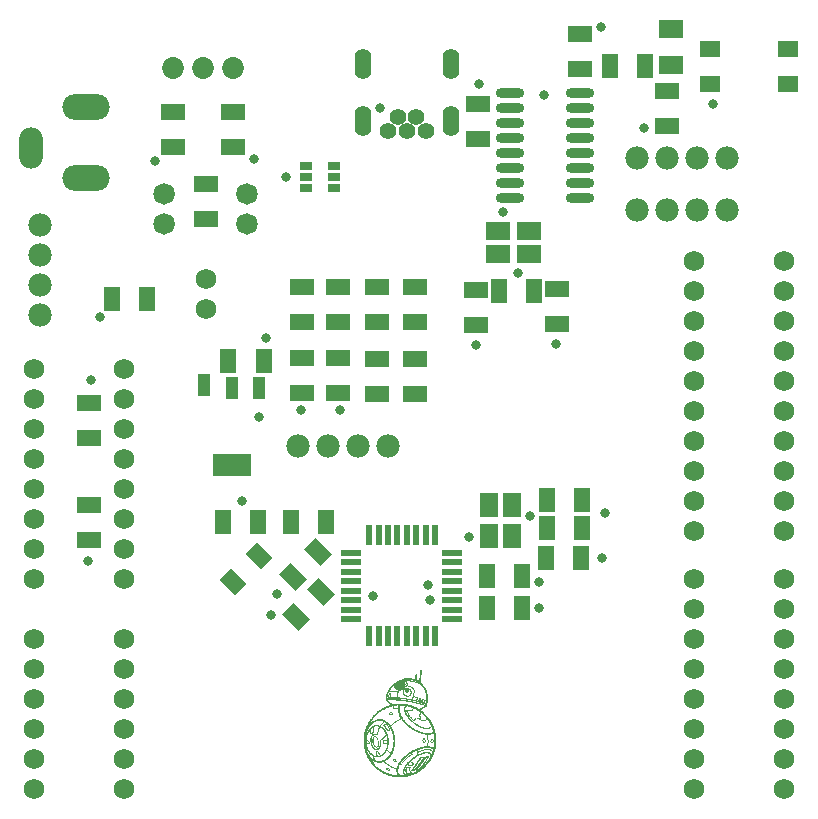
<source format=gts>
G04*
G04 #@! TF.GenerationSoftware,Altium Limited,Altium Designer,24.2.2 (26)*
G04*
G04 Layer_Color=8388736*
%FSLAX44Y44*%
%MOMM*%
G71*
G04*
G04 #@! TF.SameCoordinates,EF5741E1-F204-4FC3-9B2C-2ADE7EA652BA*
G04*
G04*
G04 #@! TF.FilePolarity,Negative*
G04*
G01*
G75*
G04:AMPARAMS|DCode=24|XSize=1.3716mm|YSize=1.8542mm|CornerRadius=0mm|HoleSize=0mm|Usage=FLASHONLY|Rotation=45.000|XOffset=0mm|YOffset=0mm|HoleType=Round|Shape=Rectangle|*
%AMROTATEDRECTD24*
4,1,4,0.1706,-1.1405,-1.1405,0.1706,-0.1706,1.1405,1.1405,-0.1706,0.1706,-1.1405,0.0*
%
%ADD24ROTATEDRECTD24*%

%ADD37C,0.0000*%
%ADD38R,1.3208X2.0066*%
%ADD39R,1.7008X0.5588*%
%ADD40R,0.5588X1.7008*%
G04:AMPARAMS|DCode=41|XSize=1.3208mm|YSize=2.0066mm|CornerRadius=0mm|HoleSize=0mm|Usage=FLASHONLY|Rotation=225.000|XOffset=0mm|YOffset=0mm|HoleType=Round|Shape=Rectangle|*
%AMROTATEDRECTD41*
4,1,4,-0.2425,1.1764,1.1764,-0.2425,0.2425,-1.1764,-1.1764,0.2425,-0.2425,1.1764,0.0*
%
%ADD41ROTATEDRECTD41*%

%ADD42R,2.0066X1.3208*%
%ADD43R,1.7032X1.4032*%
%ADD44R,2.0532X1.5532*%
%ADD45R,3.3020X1.9032*%
%ADD46R,1.0414X1.9032*%
%ADD47R,1.6032X2.0032*%
%ADD48R,1.0508X0.7508*%
%ADD49O,2.4032X0.8128*%
%ADD50R,2.0032X1.6032*%
%ADD51C,1.8232*%
%ADD52C,1.7272*%
%ADD53C,1.9812*%
%ADD54C,1.8532*%
%ADD55O,1.4032X2.6032*%
%ADD56C,1.4032*%
%ADD57O,2.0032X3.5032*%
%ADD58O,4.0032X2.2032*%
%ADD59C,0.8382*%
G36*
X348053Y126369D02*
X348335Y126322D01*
X348594Y126157D01*
X348641Y126063D01*
X348829Y125875D01*
X348782Y123428D01*
X348735Y123287D01*
X348665Y122370D01*
X348617Y121899D01*
X348570Y120958D01*
X348523Y120582D01*
X348476Y120393D01*
X348429Y119029D01*
X348335Y118558D01*
X348312Y118535D01*
X348359Y118488D01*
X348312Y118346D01*
X348241Y117335D01*
X348194Y116394D01*
X348170Y116182D01*
X348218Y116041D01*
X348359Y115711D01*
X348547Y115382D01*
X349535Y114394D01*
X349582Y114300D01*
X349958Y113923D01*
X350005Y113829D01*
X350194Y113641D01*
X350241Y113547D01*
X350617Y113170D01*
X350664Y113076D01*
X350758Y112982D01*
X350806Y112888D01*
X351205Y112300D01*
X351323Y112182D01*
X351370Y112088D01*
X351605Y111759D01*
X351652Y111618D01*
X351841Y111335D01*
X351888Y111241D01*
X351982Y111147D01*
X352099Y110841D01*
X352170Y110771D01*
X352217Y110677D01*
X352688Y109689D01*
X352923Y109171D01*
X353041Y108865D01*
X353158Y108606D01*
X353229Y108347D01*
X353346Y108041D01*
X353394Y107712D01*
X353582Y107100D01*
X353652Y106795D01*
X353746Y106418D01*
X353793Y106136D01*
X353840Y105759D01*
X353887Y105242D01*
X353935Y105054D01*
X354005Y104795D01*
X354052Y104607D01*
X354005Y101031D01*
X353958Y100889D01*
X353911Y100136D01*
X353864Y99995D01*
X353770Y99195D01*
X353699Y98795D01*
X353652Y98231D01*
X353605Y97760D01*
X353417Y96631D01*
X353370Y96160D01*
X353323Y95972D01*
X353252Y95902D01*
X353205Y95808D01*
X352923Y95572D01*
X352805Y95455D01*
X352711Y95407D01*
X352617Y95313D01*
X352382Y95172D01*
X351770Y94843D01*
X351441Y94608D01*
X350735Y94231D01*
X350406Y94043D01*
X349135Y93337D01*
X348335Y92914D01*
X348241Y92819D01*
X347982Y92702D01*
X347935Y92514D01*
X348100Y92349D01*
X348194Y92302D01*
X348335Y92161D01*
X348429Y92114D01*
X348523Y92020D01*
X348617Y91973D01*
X348759Y91831D01*
X348853Y91784D01*
X348947Y91690D01*
X349041Y91643D01*
X349229Y91455D01*
X349323Y91408D01*
X349417Y91314D01*
X349511Y91267D01*
X349747Y91031D01*
X349841Y90984D01*
X350029Y90796D01*
X350123Y90749D01*
X350264Y90608D01*
X350359Y90561D01*
X350547Y90373D01*
X350641Y90326D01*
X350711Y90255D01*
X350735Y90184D01*
X350829Y90137D01*
X351064Y89902D01*
X351158Y89855D01*
X352735Y88279D01*
X352782Y88185D01*
X353441Y87526D01*
X353488Y87432D01*
X353582Y87338D01*
X353629Y87244D01*
X354240Y86632D01*
X354382Y86397D01*
X354476Y86302D01*
X354523Y86208D01*
X354664Y86067D01*
X354711Y85973D01*
X354946Y85738D01*
X355087Y85503D01*
X355417Y85032D01*
X355464Y84938D01*
X355652Y84750D01*
X355699Y84656D01*
X355887Y84373D01*
X355934Y84279D01*
X356029Y84185D01*
X356076Y84091D01*
X356264Y83809D01*
X356452Y83479D01*
X356687Y83150D01*
X357111Y82350D01*
X357346Y81926D01*
X357534Y81597D01*
X358099Y80421D01*
X358334Y79903D01*
X358616Y79291D01*
X358805Y78868D01*
X358922Y78562D01*
X358993Y78303D01*
X359158Y77856D01*
X359275Y77550D01*
X359322Y77315D01*
X359463Y77174D01*
X359510Y76797D01*
X359652Y76468D01*
X359699Y76280D01*
X359793Y75856D01*
X359887Y75621D01*
X359958Y75221D01*
X360005Y75033D01*
X360075Y74774D01*
X360169Y74398D01*
X360216Y74115D01*
X360405Y73692D01*
X360452Y73033D01*
X360499Y72892D01*
X360593Y72563D01*
X360640Y71857D01*
X360687Y71716D01*
X360734Y71386D01*
X360781Y71198D01*
X360828Y70728D01*
X360922Y69504D01*
X360969Y69316D01*
X361016Y68987D01*
X361063Y68798D01*
X361087Y66328D01*
X361063Y65410D01*
Y65363D01*
X361016Y64093D01*
X360969Y63952D01*
X360922Y62775D01*
X360875Y62634D01*
X360781Y61834D01*
X360710Y61434D01*
X360663Y61199D01*
X360616Y60729D01*
X360499Y60423D01*
X360452Y59905D01*
X360405Y59764D01*
X360358Y59387D01*
X360169Y59105D01*
X360122Y58588D01*
X360028Y58352D01*
X359934Y57976D01*
X359840Y57646D01*
X359793Y57411D01*
X359699Y57176D01*
X359652Y56846D01*
X359510Y56611D01*
X359346Y56164D01*
X359275Y55953D01*
X359181Y55717D01*
X359040Y55388D01*
X358805Y54776D01*
X358758Y54588D01*
X358334Y53694D01*
X357534Y52141D01*
X357252Y51671D01*
X357158Y51435D01*
X356970Y51106D01*
X356781Y50824D01*
X356734Y50729D01*
X356640Y50635D01*
X356593Y50541D01*
X356405Y50212D01*
X356311Y50118D01*
X356029Y49600D01*
X355934Y49506D01*
X355793Y49271D01*
X355652Y49130D01*
X355511Y48894D01*
X355323Y48612D01*
X355276Y48518D01*
X355182Y48424D01*
X355040Y48189D01*
X354923Y48024D01*
X354829Y47977D01*
X354758Y47906D01*
X354711Y47812D01*
X354617Y47718D01*
X354570Y47624D01*
X354358Y47365D01*
X354217Y47130D01*
X354146Y47106D01*
X354099Y47012D01*
X353864Y46777D01*
X353817Y46683D01*
X353605Y46424D01*
X353441Y46259D01*
X353394Y46165D01*
X353158Y45930D01*
X353111Y45836D01*
X353041Y45765D01*
X352946Y45718D01*
X352829Y45553D01*
X352452Y45177D01*
X352405Y45083D01*
X352123Y44801D01*
X352076Y44707D01*
X351911Y44542D01*
X351817Y44495D01*
X350923Y43601D01*
X350829Y43554D01*
X350264Y42989D01*
X350170Y42942D01*
X349935Y42707D01*
X349841Y42660D01*
X349653Y42471D01*
X349558Y42424D01*
X349441Y42354D01*
X349394Y42260D01*
X349323Y42189D01*
X349229Y42142D01*
X349088Y42001D01*
X348994Y41954D01*
X348853Y41813D01*
X348759Y41766D01*
X348665Y41672D01*
X348570Y41624D01*
X348312Y41413D01*
X348194Y41295D01*
X347959Y41154D01*
X347865Y41060D01*
X347771Y41013D01*
X347676Y40919D01*
X347159Y40636D01*
X346923Y40401D01*
X346406Y40119D01*
X346077Y39883D01*
X345982Y39836D01*
X345559Y39601D01*
X345465Y39507D01*
X343818Y38660D01*
X342830Y38190D01*
X342524Y38072D01*
X341748Y37719D01*
X341559Y37672D01*
X341136Y37484D01*
X340877Y37413D01*
X340571Y37295D01*
X340383Y37248D01*
X339936Y37084D01*
X339724Y37013D01*
X339418Y36943D01*
X339207Y36825D01*
X339018Y36778D01*
X338689Y36731D01*
X338383Y36613D01*
X337630Y36425D01*
X337348Y36378D01*
X337113Y36331D01*
X336925Y36284D01*
X336313Y36190D01*
X336054Y36119D01*
X335583Y36072D01*
X335183Y36002D01*
X334807Y35907D01*
X334172Y35837D01*
X333466Y35790D01*
X333325Y35743D01*
X332478Y35696D01*
X332337Y35649D01*
X326831Y35696D01*
X326596Y35790D01*
X326408Y35837D01*
X325443Y35907D01*
X325184Y36025D01*
X324667Y36072D01*
X324526Y36119D01*
X323726Y36260D01*
X323373Y36331D01*
X323185Y36378D01*
X322902Y36425D01*
X322502Y36543D01*
X322008Y36660D01*
X321796Y36731D01*
X321608Y36778D01*
X321326Y36825D01*
X321044Y37013D01*
X320691Y37084D01*
X320456Y37178D01*
X320056Y37295D01*
X319467Y37507D01*
X319067Y37672D01*
X318456Y37954D01*
X318126Y38096D01*
X317820Y38213D01*
X317609Y38331D01*
X317303Y38448D01*
X317232Y38519D01*
X315679Y39319D01*
X315397Y39507D01*
X315162Y39648D01*
X314503Y40025D01*
X314409Y40119D01*
X314080Y40307D01*
X313421Y40778D01*
X313327Y40872D01*
X312997Y41060D01*
X312244Y41624D01*
X312150Y41719D01*
X312056Y41766D01*
X311868Y41954D01*
X311774Y42001D01*
X311350Y42330D01*
X311021Y42660D01*
X310927Y42707D01*
X310739Y42895D01*
X310504Y43036D01*
X309986Y43554D01*
X309892Y43601D01*
X309821Y43671D01*
X309798Y43742D01*
X309704Y43789D01*
X309421Y44071D01*
X309351Y44095D01*
X309304Y44189D01*
X308810Y44683D01*
X308715Y44730D01*
X308598Y44895D01*
X308457Y44989D01*
X308410Y45083D01*
X308174Y45318D01*
X308127Y45412D01*
X307798Y45742D01*
X307751Y45836D01*
X307327Y46259D01*
X307280Y46354D01*
X307045Y46589D01*
X306998Y46683D01*
X306857Y46777D01*
X306810Y46871D01*
X306669Y47012D01*
X306622Y47106D01*
X306292Y47530D01*
X306080Y47789D01*
X305916Y47953D01*
X305869Y48047D01*
X305728Y48189D01*
X305586Y48424D01*
X305375Y48683D01*
X305186Y48965D01*
X305069Y49083D01*
X304692Y49741D01*
X304598Y49836D01*
X304457Y50071D01*
X304222Y50400D01*
X303986Y50824D01*
X303751Y51200D01*
X303375Y51906D01*
X303281Y52000D01*
X303187Y52235D01*
X302763Y53129D01*
X302387Y53835D01*
X302293Y54070D01*
X302151Y54400D01*
X301963Y54823D01*
X301916Y55011D01*
X301822Y55247D01*
X301704Y55553D01*
X301610Y55788D01*
X301493Y56047D01*
X301422Y56305D01*
X301328Y56541D01*
X301210Y56846D01*
X301140Y57152D01*
X301022Y57552D01*
X300951Y57905D01*
X300787Y58446D01*
X300716Y58752D01*
X300669Y58941D01*
X300552Y59340D01*
X300504Y59529D01*
X300434Y59882D01*
X300316Y60187D01*
X300269Y60658D01*
X300222Y61034D01*
X300175Y61175D01*
X300081Y61975D01*
X300010Y62422D01*
X299963Y62705D01*
X299893Y62964D01*
X299822Y64211D01*
X299775Y64728D01*
X299681Y65293D01*
X299657Y66163D01*
X299705Y66304D01*
X299752Y69222D01*
X299799Y69363D01*
X299846Y70445D01*
X299893Y70586D01*
X299940Y70916D01*
X299987Y71104D01*
X300058Y71833D01*
X300105Y72257D01*
X300152Y72492D01*
X300222Y72751D01*
X300269Y72939D01*
X300316Y73410D01*
X300363Y73692D01*
X300457Y73927D01*
X300504Y74115D01*
X300552Y74492D01*
X300693Y74821D01*
X300740Y75009D01*
X300834Y75433D01*
X300928Y75668D01*
X300999Y75974D01*
X301093Y76209D01*
X301163Y76468D01*
X301234Y76774D01*
X301352Y77033D01*
X301563Y77621D01*
X301916Y78539D01*
X302010Y78774D01*
X302128Y79080D01*
X302222Y79315D01*
X302340Y79574D01*
X302481Y79809D01*
X302622Y80138D01*
X302998Y80938D01*
X303328Y81550D01*
X303469Y81785D01*
X303516Y81879D01*
X303704Y82162D01*
X304034Y82773D01*
X304222Y83103D01*
X304645Y83715D01*
X304692Y83809D01*
X304928Y84232D01*
X305022Y84326D01*
X305069Y84420D01*
X305210Y84562D01*
X305398Y84891D01*
X305633Y85220D01*
X306316Y86138D01*
X306433Y86255D01*
X306574Y86491D01*
X306786Y86749D01*
X307022Y87032D01*
X307280Y87291D01*
X307327Y87385D01*
X307704Y87761D01*
X307845Y87996D01*
X308316Y88467D01*
X308363Y88561D01*
X308904Y89102D01*
X308998Y89149D01*
X309068Y89220D01*
X309115Y89314D01*
X309704Y89902D01*
X309798Y89949D01*
X310551Y90702D01*
X310645Y90749D01*
X311068Y91079D01*
X311209Y91220D01*
X311303Y91267D01*
X311539Y91502D01*
X311633Y91549D01*
X312386Y92114D01*
X312480Y92208D01*
X312715Y92349D01*
X312809Y92443D01*
X312903Y92490D01*
X313186Y92678D01*
X313280Y92725D01*
X313538Y92937D01*
X313939Y93196D01*
X314268Y93431D01*
X314456Y93478D01*
X314785Y93714D01*
X315303Y93996D01*
X315585Y94184D01*
X316103Y94419D01*
X316197Y94466D01*
X316621Y94702D01*
X317891Y95313D01*
X318126Y95360D01*
X318220Y95455D01*
X318667Y95619D01*
X319161Y95831D01*
X319867Y96113D01*
X320197Y96207D01*
X320503Y96325D01*
X321302Y96607D01*
X321561Y96678D01*
X321749Y96725D01*
X322079Y96866D01*
X322267Y96913D01*
X322338Y96984D01*
X322197Y97219D01*
X322079Y97337D01*
X322008Y97360D01*
X321961Y97454D01*
X321420Y97996D01*
X321326Y98042D01*
X321232Y98184D01*
X321138Y98231D01*
X321067Y98301D01*
X321020Y98395D01*
X320902Y98513D01*
X320808Y98560D01*
X320644Y98725D01*
X320620Y98795D01*
X320526Y98842D01*
X320244Y99125D01*
X320150Y99172D01*
X320032Y99337D01*
X319867Y99454D01*
X319538Y99783D01*
X319444Y99831D01*
X319185Y100089D01*
X319138Y100183D01*
X318950Y100372D01*
X318903Y100466D01*
X318691Y100725D01*
X318573Y100983D01*
X318385Y101407D01*
X318338Y101595D01*
X318291Y101972D01*
X318244Y102113D01*
X318197Y102301D01*
X318244Y103524D01*
X318291Y103666D01*
X318338Y103995D01*
X318385Y104513D01*
X318526Y104842D01*
X318573Y105030D01*
X318644Y105289D01*
X318738Y105524D01*
X318809Y105736D01*
X318903Y106112D01*
X319232Y106818D01*
X319303Y107077D01*
X319420Y107336D01*
X319797Y108041D01*
X320267Y108936D01*
X320456Y109265D01*
X320597Y109406D01*
X320785Y109735D01*
X320926Y109971D01*
X321020Y110065D01*
X321114Y110300D01*
X321255Y110441D01*
X321397Y110677D01*
X321491Y110771D01*
X321538Y110865D01*
X321773Y111194D01*
X321914Y111335D01*
X322102Y111665D01*
X322338Y111900D01*
X322385Y111994D01*
X322479Y112088D01*
X322526Y112182D01*
X322597Y112253D01*
X322691Y112300D01*
X322879Y112582D01*
X323091Y112794D01*
X323138Y112888D01*
X323255Y113006D01*
X323349Y113053D01*
X323585Y113335D01*
X323914Y113665D01*
X323985Y113688D01*
X324032Y113782D01*
X324196Y113900D01*
X324808Y114511D01*
X324879Y114535D01*
X324926Y114629D01*
X325090Y114794D01*
X325184Y114841D01*
X325326Y114982D01*
X325420Y115029D01*
X325514Y115123D01*
X325749Y115264D01*
X326173Y115594D01*
X326831Y116064D01*
X326926Y116111D01*
X327020Y116206D01*
X327114Y116252D01*
X327349Y116488D01*
X327443Y116535D01*
X327725Y116723D01*
X328902Y117335D01*
X329608Y117664D01*
X329843Y117758D01*
X330266Y117946D01*
X330972Y118276D01*
X331702Y118535D01*
X332243Y118699D01*
X332525Y118746D01*
X332854Y118888D01*
X333207Y118958D01*
X333395Y119005D01*
X333654Y119076D01*
X333890Y119170D01*
X334219Y119217D01*
X334407Y119264D01*
X334737Y119311D01*
X334972Y119405D01*
X335301Y119452D01*
X336925Y119523D01*
X338077Y119546D01*
X338218Y119499D01*
X339724Y119452D01*
X339865Y119405D01*
X340054Y119358D01*
X340501Y119288D01*
X340736Y119241D01*
X341112Y119146D01*
X341371Y119076D01*
X341701Y119029D01*
X341936Y118935D01*
X342265Y118841D01*
X342759Y118723D01*
X343018Y118652D01*
X343206Y118699D01*
X343277Y118911D01*
X343324Y119805D01*
X343371Y119946D01*
X343418Y120134D01*
X343465Y121170D01*
X343512Y121923D01*
X343559Y122064D01*
X343606Y122534D01*
X343842Y122864D01*
X344053Y122934D01*
X344759Y122840D01*
X345018Y122581D01*
X345065Y122393D01*
X345018Y121217D01*
X344947Y120487D01*
X344900Y120205D01*
X344830Y119570D01*
X344806Y118699D01*
X344830Y118629D01*
X344782Y118488D01*
X344853Y118182D01*
X344971Y118017D01*
X345182Y117711D01*
X345277Y117664D01*
X345606Y117429D01*
X345841Y117288D01*
X346359Y117005D01*
X346500Y116958D01*
X346641Y117005D01*
X346688Y117382D01*
X346759Y117641D01*
X346829Y118793D01*
X346876Y119358D01*
X346971Y120393D01*
X347018Y121193D01*
X347065Y122228D01*
X347159Y123499D01*
X347206Y123875D01*
X347253Y124628D01*
X347300Y125758D01*
X347347Y125946D01*
X347441Y126181D01*
X347629Y126369D01*
X347912Y126416D01*
X348053Y126369D01*
D02*
G37*
G36*
X299003Y65829D02*
X299108D01*
Y65724D01*
X298899D01*
Y65829D01*
X298794D01*
Y65933D01*
X298899D01*
Y66038D01*
X299003D01*
Y65829D01*
D02*
G37*
%LPC*%
G36*
X336172Y118346D02*
X335278Y118299D01*
X334901Y118252D01*
X334784Y118229D01*
X334737D01*
X334501Y118135D01*
X334384Y118017D01*
X334407Y117946D01*
X335607Y117970D01*
X336501Y117923D01*
X336760Y117899D01*
X336901Y117946D01*
X337089Y117993D01*
X337254Y118158D01*
X337207Y118252D01*
X336995Y118323D01*
X336172Y118346D01*
D02*
G37*
G36*
X338736Y118276D02*
X338642Y118229D01*
X338595D01*
X338336Y118017D01*
X338289Y117829D01*
X338360Y117758D01*
X338548Y117711D01*
X338971Y117758D01*
X339113Y117711D01*
X339771Y117617D01*
X340006Y117523D01*
X340548Y117452D01*
X340783Y117405D01*
X340995Y117335D01*
X341089Y117382D01*
X341112Y117688D01*
X340995Y117805D01*
X340453Y117923D01*
X340195Y117993D01*
X339583Y118041D01*
X339301Y118088D01*
X339065Y118229D01*
X338736Y118276D01*
D02*
G37*
G36*
X342171Y117570D02*
X342030Y117523D01*
X342006Y117358D01*
X342218Y117100D01*
X342453Y117052D01*
X342736Y116911D01*
X342783D01*
X343089Y116841D01*
X343277Y116794D01*
X343677Y116629D01*
X344265Y116511D01*
X344477Y116441D01*
X344500Y116464D01*
X344430Y116535D01*
X344336Y116582D01*
X343724Y116864D01*
X343489Y116958D01*
X342689Y117335D01*
X342171Y117570D01*
D02*
G37*
G36*
X334407Y116723D02*
X334384Y116558D01*
X334525Y116417D01*
X334572Y116323D01*
X334807Y115806D01*
X334995Y115382D01*
X335066Y115123D01*
X335113Y114653D01*
X335136Y114347D01*
X335089Y114206D01*
X335042Y113594D01*
X334995Y113453D01*
X334901Y113123D01*
X334854Y112982D01*
X334760Y112888D01*
X334713Y112653D01*
X334878Y112629D01*
X335089Y112794D01*
X335136Y112888D01*
X335301Y113006D01*
X335442Y113147D01*
X335677Y113288D01*
X335819Y113429D01*
X335913Y113476D01*
X336077Y113782D01*
Y113829D01*
X336124Y113970D01*
X336077Y114535D01*
X335983Y114770D01*
X335913Y115123D01*
X335842Y115288D01*
X335701Y115429D01*
X335654Y115523D01*
X335466Y115806D01*
X335419Y115900D01*
X334995Y116323D01*
X334948Y116417D01*
X334878Y116488D01*
X334737Y116535D01*
X334595Y116676D01*
X334407Y116723D01*
D02*
G37*
G36*
X333795Y115406D02*
X333748Y114370D01*
X333607Y113806D01*
X333466Y113429D01*
X333395Y113359D01*
X333207Y113029D01*
X333113Y112935D01*
X332925Y112606D01*
X332784Y112465D01*
X332737Y112371D01*
X332595Y112229D01*
X332572Y112159D01*
X332266Y111994D01*
Y111947D01*
X332196Y111876D01*
X332101Y111829D01*
X331843Y111618D01*
X331066Y111265D01*
X330454Y111030D01*
X330266Y110982D01*
X329819Y110818D01*
X329843Y110747D01*
X330360Y110794D01*
X330502Y110841D01*
X330949Y111006D01*
X331207Y111124D01*
X331513Y111241D01*
X331584Y111312D01*
X332290Y111688D01*
X332384Y111782D01*
X332572Y111829D01*
X332643Y111900D01*
X332690Y111994D01*
X332831Y112135D01*
X332878Y112229D01*
X333042Y112347D01*
X333278Y112629D01*
X333348Y112700D01*
X333678Y113312D01*
X333819Y113547D01*
X333866Y113829D01*
X333960Y114065D01*
X334054Y114441D01*
X334007Y114817D01*
X333960Y114958D01*
X333866Y115382D01*
X333795Y115406D01*
D02*
G37*
G36*
X325326Y113617D02*
X325232Y113570D01*
X325161Y113500D01*
X325114Y113406D01*
X324737Y113029D01*
X324596Y112794D01*
X324267Y112371D01*
X324173Y112276D01*
X324126Y112182D01*
X324032Y112088D01*
X323985Y111994D01*
X323773Y111735D01*
X323655Y111571D01*
X323632Y111547D01*
X323608Y111524D01*
X323514Y111429D01*
X323467Y111335D01*
X323232Y111006D01*
X323091Y110865D01*
X323044Y110771D01*
X322949Y110677D01*
X322902Y110583D01*
X322714Y110394D01*
X322667Y110253D01*
X322526Y110112D01*
X322479Y110018D01*
X322338Y109877D01*
X322197Y109641D01*
X322102Y109547D01*
X322055Y109453D01*
X321820Y109218D01*
X321632Y108889D01*
X321349Y108606D01*
X321302Y108418D01*
X321326Y108347D01*
X321514Y108300D01*
X321702Y108347D01*
X321844Y108394D01*
X322032Y108441D01*
X322479Y108512D01*
X322714Y108606D01*
X322949Y108653D01*
X323467Y108700D01*
X323726Y108771D01*
X324573Y108818D01*
X324714Y108865D01*
X325584Y108889D01*
X327396Y108818D01*
X327537Y108771D01*
X327984Y108700D01*
X328525Y108630D01*
X328761Y108771D01*
X329090Y109100D01*
X329184Y109147D01*
X329255Y109359D01*
X329208Y109453D01*
X328949Y109524D01*
X328478Y109571D01*
X328008Y109712D01*
X327820Y109759D01*
X327302Y109994D01*
X327208Y110041D01*
X327020Y110230D01*
X326926Y110277D01*
X326667Y110488D01*
X326502Y110653D01*
X326408Y110700D01*
X326337Y110771D01*
X326290Y110865D01*
X326102Y111147D01*
X325914Y111476D01*
X325820Y111571D01*
X325749Y111829D01*
X325631Y112041D01*
X325584Y112229D01*
X325537Y112606D01*
X325396Y112935D01*
X325443Y113406D01*
X325326Y113617D01*
D02*
G37*
G36*
X334595Y109524D02*
X334360Y109477D01*
X334172Y109289D01*
X334078Y109241D01*
X334031Y109194D01*
X334007Y109171D01*
X333725Y108559D01*
X333678Y108230D01*
X333725Y107006D01*
X333772Y106865D01*
X333842Y106606D01*
X333960Y106395D01*
X334101Y106159D01*
X334313Y105901D01*
X334384Y105830D01*
X334525Y105595D01*
X334689Y105477D01*
X334878Y105289D01*
X335772Y104865D01*
X335960Y104818D01*
X336430Y104771D01*
X336619Y104724D01*
X337489Y104795D01*
X337724Y104889D01*
X337983Y105007D01*
X338407Y105242D01*
X338477Y105312D01*
X338524Y105407D01*
X338689Y105524D01*
X338760Y105595D01*
X338807Y105689D01*
X339136Y106206D01*
X339183Y106724D01*
X339277Y106959D01*
X339324Y107430D01*
X339277Y107853D01*
X339136Y108183D01*
X339089Y108512D01*
X338854Y108841D01*
X338807Y108983D01*
X338689Y109147D01*
X338548Y109194D01*
X338430Y109077D01*
X338383Y108700D01*
X338007Y107994D01*
X337889Y107830D01*
X337795Y107783D01*
X337560Y107548D01*
X337371Y107500D01*
X337089Y107312D01*
X336619Y107265D01*
X336007Y107312D01*
X335772Y107406D01*
X335254Y107689D01*
X334901Y107947D01*
X334854Y108136D01*
X334666Y108606D01*
X334619Y108794D01*
X334642Y109430D01*
X334595Y109524D01*
D02*
G37*
G36*
X321655Y105854D02*
X321561Y105807D01*
X321491Y105548D01*
X321444Y104936D01*
X321349Y104701D01*
X321255Y104042D01*
X321302Y103948D01*
X321420Y103877D01*
X321679Y104089D01*
X321726Y104230D01*
X321749Y104348D01*
X321773Y104371D01*
X321820Y105265D01*
X321773Y105736D01*
X321655Y105854D01*
D02*
G37*
G36*
X336807Y112582D02*
X336666Y112535D01*
X336383Y112488D01*
X335960Y112300D01*
X335536Y112065D01*
X335207Y111829D01*
X335066Y111688D01*
X334972Y111641D01*
X334784Y111453D01*
X334713Y111429D01*
X334666Y111335D01*
X334478Y111147D01*
X334525Y111006D01*
X334595Y110982D01*
X334831Y111076D01*
X335160Y111124D01*
X335795Y111194D01*
X336030Y111241D01*
X336289Y111312D01*
X337230Y111265D01*
X337371Y111218D01*
X337936Y111124D01*
X338195Y111053D01*
X338265Y110982D01*
X338360Y110935D01*
X338971Y110606D01*
X339113Y110465D01*
X339207Y110418D01*
X339371Y110253D01*
X339418Y110159D01*
X339560Y110065D01*
X339607Y109971D01*
X339701Y109877D01*
X339748Y109783D01*
X339983Y109359D01*
X340077Y109124D01*
X340218Y108794D01*
X340265Y108700D01*
Y108653D01*
X340312Y108277D01*
X340453Y107947D01*
X340406Y106771D01*
X340265Y106442D01*
X340195Y106089D01*
X340101Y105854D01*
X339748Y105218D01*
X339654Y105124D01*
X339607Y105030D01*
X338924Y104348D01*
X338830Y104301D01*
X338548Y104113D01*
X338242Y103995D01*
X338171Y103924D01*
X337866Y103854D01*
X337607Y103783D01*
X337419Y103736D01*
X336854Y103642D01*
X336101Y103689D01*
X335960Y103736D01*
X335654Y103807D01*
X335136Y103995D01*
X334454Y104301D01*
X334195Y104513D01*
X334031Y104630D01*
X333842Y104818D01*
X333748Y104865D01*
X333584Y105030D01*
X333537Y105124D01*
X333066Y105595D01*
X332595Y106583D01*
X332501Y107242D01*
X332548Y108183D01*
X332595Y108324D01*
X332643Y108700D01*
X332690Y108841D01*
X332784Y109077D01*
X332925Y109547D01*
X332901Y109618D01*
X332478Y109571D01*
X332337Y109524D01*
X332149Y109477D01*
X331819Y109335D01*
X331537Y109289D01*
X331019Y109053D01*
X330760Y108983D01*
X330690Y108912D01*
X330360Y108818D01*
X330078Y108771D01*
X329655Y108536D01*
X329537Y108418D01*
X329443Y108183D01*
X329372Y107924D01*
X329325Y107642D01*
X329231Y107171D01*
X329137Y106653D01*
X329066Y106395D01*
X328972Y105736D01*
X328855Y105430D01*
X328808Y105148D01*
X328761Y104771D01*
X328713Y104536D01*
X328666Y104348D01*
X328596Y104136D01*
X328549Y103948D01*
X328502Y103618D01*
X328549Y103430D01*
X328619Y103360D01*
X328761Y103313D01*
X328902Y103360D01*
X329090Y103313D01*
X329749Y103218D01*
X330360Y103124D01*
X330502Y103077D01*
X330690Y103030D01*
X331819Y102983D01*
X332054Y102889D01*
X332243Y102842D01*
X332572Y102795D01*
X333631Y102677D01*
X334478Y102536D01*
X335513Y102442D01*
X335795Y102395D01*
X336266Y102301D01*
X336830Y102254D01*
X337348Y102160D01*
X337818Y102113D01*
X338430Y102019D01*
X338666Y101972D01*
X339277Y101877D01*
X339842Y101830D01*
X340030Y101783D01*
X340618Y101713D01*
X340689Y101783D01*
X340736Y101972D01*
X340854Y102513D01*
X340901Y102748D01*
X340948Y103030D01*
X340995Y103218D01*
X341089Y103454D01*
X341136Y103689D01*
X341183Y104113D01*
X341230Y104301D01*
X341301Y104371D01*
X341395Y104936D01*
X341489Y105312D01*
X341536Y105642D01*
X341630Y105971D01*
X341677Y106536D01*
X341724Y106677D01*
X341771Y106865D01*
X341818Y107195D01*
X341865Y107383D01*
X341912Y107853D01*
X341959Y108747D01*
X341912Y109218D01*
X341818Y109453D01*
X341771Y109689D01*
X341677Y109783D01*
X341559Y110088D01*
X341371Y110371D01*
X341254Y110535D01*
X340665Y111124D01*
X340571Y111171D01*
X340430Y111312D01*
X339724Y111688D01*
X339348Y111924D01*
X339160Y111971D01*
X338642Y112206D01*
X338454Y112253D01*
X337560Y112535D01*
X336807Y112582D01*
D02*
G37*
G36*
X326173Y107924D02*
X323632Y107877D01*
X323490Y107830D01*
X322832Y107783D01*
X322691Y107736D01*
X322361Y107689D01*
X322173Y107642D01*
X321867Y107571D01*
X321655Y107453D01*
X321420Y107359D01*
X321185Y107124D01*
X321091Y107077D01*
X320973Y107006D01*
X320926Y106912D01*
X320785Y106677D01*
X320691Y106583D01*
X320644Y106442D01*
X320620Y106418D01*
X320479Y106042D01*
X320197Y104912D01*
X320056Y104536D01*
X319985Y104324D01*
X319867Y104018D01*
X319750Y103760D01*
X319703Y103524D01*
X319562Y103383D01*
X319514Y103195D01*
X319562Y103101D01*
X319632Y103030D01*
X319820Y103077D01*
X319914Y103171D01*
X320150Y103218D01*
X320291Y103171D01*
X320526Y103265D01*
X320550Y103524D01*
X320456Y103760D01*
X320550Y103995D01*
X320456Y104277D01*
X320503Y104418D01*
X320597Y105077D01*
X320691Y105642D01*
X320738Y105830D01*
X320879Y106348D01*
X320926Y106536D01*
X320973Y106630D01*
X321091Y106748D01*
X321420Y106889D01*
X321985Y106842D01*
X322126Y106795D01*
X322408Y106748D01*
X322526Y106583D01*
X322620Y106489D01*
X322667Y106300D01*
X322714Y105689D01*
X322644Y104677D01*
X322597Y104301D01*
X322549Y104066D01*
X322526Y103524D01*
X322597Y103454D01*
X322785Y103407D01*
X327514Y103383D01*
X327702Y103477D01*
X327749Y103666D01*
X327820Y104066D01*
X327867Y104865D01*
X327914Y105383D01*
X327961Y105618D01*
X328008Y105807D01*
X328055Y106042D01*
X328102Y106465D01*
X328196Y106700D01*
X328290Y107171D01*
X328313Y107618D01*
X328243Y107689D01*
X328055Y107736D01*
X327678Y107783D01*
X327537Y107830D01*
X326926Y107877D01*
X326173Y107924D01*
D02*
G37*
G36*
X324432Y102230D02*
X324290Y102183D01*
X320902Y102136D01*
X320761Y102089D01*
X320244Y102136D01*
X320103Y102089D01*
X319444Y102042D01*
X319373Y101972D01*
X319491Y101854D01*
X320808Y101901D01*
X322338Y101924D01*
X325678Y101877D01*
X326243Y101830D01*
X326714Y101783D01*
X327255Y101760D01*
X327278Y101736D01*
X329725Y101642D01*
X330196Y101595D01*
X330431Y101548D01*
X330713Y101501D01*
X331278Y101454D01*
X331796Y101407D01*
X332078Y101360D01*
X332454Y101313D01*
X332690Y101266D01*
X333348Y101219D01*
X333537Y101172D01*
X333748Y101101D01*
X333937Y101054D01*
X334995Y100983D01*
X335278Y100936D01*
X335513Y100842D01*
X335748Y100795D01*
X336219Y100748D01*
X336972Y100701D01*
X337230Y100583D01*
X337701Y100536D01*
X338124Y100489D01*
X338265Y100442D01*
X338501Y100395D01*
X338642Y100348D01*
X338830Y100301D01*
X339136Y100231D01*
X339324Y100183D01*
X339583Y100113D01*
X340030Y100042D01*
X340312Y99995D01*
X340689Y99901D01*
X340924Y99854D01*
X341442Y99807D01*
X341653Y99736D01*
X342477Y99572D01*
X342877Y99454D01*
X343065Y99407D01*
X343371Y99337D01*
X343630Y99219D01*
X344265Y99148D01*
X344500Y99054D01*
X344712Y98984D01*
X345018Y98913D01*
X345394Y98819D01*
X345677Y98772D01*
X346218Y98607D01*
X346406Y98560D01*
X346712Y98442D01*
X346971Y98325D01*
X347300Y98278D01*
X347606Y98207D01*
X347912Y98090D01*
X348100Y98042D01*
X348429Y97996D01*
X348759Y97854D01*
X349135Y97760D01*
X349606Y97619D01*
X350029Y97431D01*
X350217Y97384D01*
X350476Y97313D01*
X350688Y97243D01*
X350876Y97196D01*
X351135Y97125D01*
X351394Y97007D01*
X351699Y96937D01*
X352052Y96772D01*
X352170Y96843D01*
X352123Y97078D01*
X352005Y97196D01*
X351817Y97243D01*
X351300Y97478D01*
X350994Y97548D01*
X350617Y97690D01*
X350429Y97737D01*
X350053Y97878D01*
X349864Y97925D01*
X349464Y98090D01*
X349112Y98160D01*
X348806Y98325D01*
X348617Y98372D01*
X348265Y98442D01*
X347959Y98560D01*
X347465Y98678D01*
X347229Y98772D01*
X347041Y98819D01*
X346665Y98960D01*
X346265Y99078D01*
X345935Y99172D01*
X345630Y99242D01*
X345394Y99337D01*
X345182Y99407D01*
X344806Y99501D01*
X344477Y99548D01*
X344336Y99595D01*
X344100Y99642D01*
X343959Y99689D01*
X343583Y99783D01*
X343253Y99925D01*
X342853Y99995D01*
X342665Y100042D01*
X342430Y100136D01*
X342171Y100207D01*
X341489Y100325D01*
X341254Y100372D01*
X341065Y100419D01*
X340689Y100466D01*
X340501Y100513D01*
X340265Y100560D01*
X340006Y100631D01*
X339701Y100701D01*
X339512Y100748D01*
X339254Y100819D01*
X338924Y100866D01*
X338571Y100936D01*
X338171Y101054D01*
X337466Y101101D01*
X337324Y101148D01*
X337042Y101195D01*
X336901Y101242D01*
X336713Y101289D01*
X335654Y101360D01*
X335466Y101407D01*
X335207Y101477D01*
X335019Y101524D01*
X334101Y101595D01*
X333725Y101689D01*
X332854Y101760D01*
X332713Y101807D01*
X331772Y101901D01*
X331584Y101948D01*
X330008Y102019D01*
X329396Y102066D01*
X328596Y102113D01*
X325773Y102207D01*
X324432Y102230D01*
D02*
G37*
G36*
X335960Y116958D02*
X335889Y116888D01*
X335936Y116747D01*
X336077Y116605D01*
X336124Y116511D01*
X336219Y116417D01*
X336407Y116088D01*
X336689Y115476D01*
X336736Y115288D01*
X336807Y115029D01*
X336854Y114794D01*
X336995Y113523D01*
X337042Y113429D01*
X337371Y113335D01*
X337560Y113288D01*
X338030Y113147D01*
X338313Y113100D01*
X338454Y113053D01*
X338924Y112912D01*
X339348Y112723D01*
X339607Y112653D01*
X340265Y112324D01*
X340501Y112229D01*
X340971Y111947D01*
X341136Y111829D01*
X341395Y111618D01*
X341865Y111147D01*
X341912Y111053D01*
X342053Y110912D01*
X342100Y110818D01*
X342336Y110488D01*
X342571Y109971D01*
X342618Y109735D01*
X342712Y109500D01*
X342759Y109171D01*
X342806Y108136D01*
X342736Y107406D01*
X342689Y107030D01*
X342642Y106842D01*
X342571Y106583D01*
X342524Y106395D01*
X342477Y105783D01*
X342383Y105548D01*
X342336Y105218D01*
X342265Y104818D01*
X342218Y104630D01*
X342195Y104418D01*
X342312Y104301D01*
X342642Y104254D01*
X342830Y104207D01*
X343065Y104113D01*
X343489Y104066D01*
X343818Y103924D01*
X344359Y103807D01*
X344594Y103713D01*
X345159Y103571D01*
X345394Y103477D01*
X345653Y103313D01*
X345771Y103007D01*
X345724Y102677D01*
X345653Y102419D01*
X345488Y101877D01*
X345441Y101689D01*
X345394Y101407D01*
X345253Y101077D01*
X345206Y100748D01*
X345112Y100560D01*
X345229Y100348D01*
X345418Y100301D01*
X345747Y100254D01*
X345935Y100301D01*
X346006Y100513D01*
X346053Y100701D01*
X346171Y101242D01*
X346218Y101760D01*
X346382Y102301D01*
X346429Y102489D01*
X346524Y102583D01*
X346712Y102913D01*
X346829Y103030D01*
X347253Y103218D01*
X347912Y103124D01*
X348170Y102772D01*
X348359Y102348D01*
X348312Y101407D01*
X348265Y101266D01*
X348218Y100936D01*
X348170Y100325D01*
X348147Y99878D01*
X348194Y99736D01*
X348312Y99760D01*
X348359Y99948D01*
X348429Y100489D01*
X348523Y100725D01*
X348712Y101854D01*
X348853Y102230D01*
X348947Y102324D01*
X349276Y102466D01*
X349606Y102419D01*
X349935Y102277D01*
X350147Y102160D01*
X350194Y102066D01*
X350429Y101830D01*
X350382Y101360D01*
X350288Y101125D01*
X350194Y100325D01*
X350123Y100019D01*
X350076Y99501D01*
X350029Y99219D01*
X350005Y98960D01*
X350029Y98937D01*
X350076D01*
X350264Y98984D01*
X350335Y99054D01*
X350406Y99360D01*
X350453Y99595D01*
X350500Y99878D01*
X350547Y100113D01*
X350617Y100372D01*
X350664Y100560D01*
X350711Y100936D01*
X350947Y101360D01*
X351017Y101430D01*
X351205Y101477D01*
X351394Y101430D01*
X351652Y101360D01*
X351958Y101195D01*
X352194Y101054D01*
X352429Y100960D01*
X352593Y101077D01*
X352688Y101407D01*
X352641Y104607D01*
X352593Y104748D01*
X352523Y105336D01*
X352429Y105948D01*
X352382Y106136D01*
X352335Y106559D01*
X352288Y106748D01*
X352170Y107148D01*
X351982Y107759D01*
X351841Y108089D01*
X351488Y109053D01*
X351370Y109312D01*
X351135Y109735D01*
X350617Y110724D01*
X350382Y111100D01*
X350335Y111194D01*
X350100Y111524D01*
X350005Y111618D01*
X349864Y111853D01*
X349723Y111994D01*
X349676Y112088D01*
X349464Y112347D01*
X349300Y112512D01*
X349253Y112606D01*
X349064Y112794D01*
X349017Y112888D01*
X348876Y113029D01*
X348829Y113123D01*
X348382Y113570D01*
X348288Y113617D01*
X348100Y113806D01*
X348006Y113853D01*
X347865Y113994D01*
X347771Y114041D01*
X347676Y114135D01*
X347253Y114370D01*
X346453Y114747D01*
X346147Y114864D01*
X345771Y115006D01*
X345535Y115100D01*
X345300Y115147D01*
X345065Y115241D01*
X344759Y115358D01*
X344383Y115406D01*
X344288Y115500D01*
X344053Y115594D01*
X343630Y115641D01*
X343300Y115782D01*
X342971Y115829D01*
X342665Y115900D01*
X342406Y116017D01*
X341983Y116064D01*
X341748Y116206D01*
X341183Y116252D01*
X340948Y116347D01*
X340642Y116417D01*
X340453Y116464D01*
X340218Y116511D01*
X339842Y116558D01*
X339371Y116605D01*
X339183Y116652D01*
X338948Y116699D01*
X338313Y116770D01*
X337654Y116864D01*
X336407Y116935D01*
X335960Y116958D01*
D02*
G37*
G36*
X342030Y103454D02*
X341912Y103383D01*
X341865Y103195D01*
X341818Y102724D01*
X341724Y102489D01*
X341677Y102301D01*
X341630Y101783D01*
X341583Y101642D01*
X341630Y101454D01*
X341842Y101383D01*
X342030Y101336D01*
X342359Y101195D01*
X342783Y101148D01*
X343206Y100960D01*
X343536Y100913D01*
X343865Y100819D01*
X344171Y100795D01*
X344312Y100889D01*
X344359Y101501D01*
X344453Y101736D01*
X344524Y102042D01*
X344594Y102677D01*
X344547Y102772D01*
X344241Y102889D01*
X343724Y103030D01*
X343442Y103077D01*
X343300Y103124D01*
X343112Y103171D01*
X343018D01*
X342712Y103289D01*
X342524Y103336D01*
X342242Y103383D01*
X342053Y103430D01*
X342030Y103454D01*
D02*
G37*
G36*
X347347Y101807D02*
X347253Y101760D01*
X347135Y101501D01*
X347041Y101125D01*
X346994Y100842D01*
Y100795D01*
X346900Y100466D01*
X346947Y99948D01*
X347018Y99878D01*
X347159Y99925D01*
X347229Y99995D01*
X347276Y100701D01*
X347323Y100842D01*
X347370Y101172D01*
X347418Y101642D01*
X347347Y101807D01*
D02*
G37*
G36*
X351676Y100254D02*
X351488Y100207D01*
X351417Y99948D01*
X351347Y99642D01*
X351229Y99337D01*
X351158Y98795D01*
X351135Y98537D01*
X351253Y98419D01*
X351511Y98348D01*
X351723Y98231D01*
X352052Y98137D01*
X352288Y98042D01*
X352405Y98113D01*
X352382Y98419D01*
X352452Y99337D01*
X352405Y99478D01*
X352358Y99854D01*
X352217Y99995D01*
X352170Y100089D01*
X352099Y100160D01*
X351911Y100207D01*
X351817D01*
X351676Y100254D01*
D02*
G37*
G36*
X328808Y96490D02*
X328666Y96443D01*
X328055Y96396D01*
X327584Y96349D01*
X327396Y96301D01*
X327067Y96207D01*
X326878D01*
X326149Y96090D01*
X325961Y96043D01*
X325584Y95996D01*
X325514Y95972D01*
X325373Y96019D01*
X325137Y95878D01*
X325067Y95619D01*
X324996Y95266D01*
X324949Y94749D01*
X324926Y93878D01*
X324996Y93808D01*
X325184Y93761D01*
X325749Y93855D01*
X326596Y93902D01*
X326737Y93949D01*
X328431Y93996D01*
X328596Y94160D01*
X328643Y94255D01*
X328690Y94396D01*
X328761Y94655D01*
X328808Y95031D01*
X328855Y95266D01*
X328902Y95455D01*
X328972Y95713D01*
X329019Y95996D01*
X329066Y96137D01*
X329019Y96419D01*
X328808Y96490D01*
D02*
G37*
G36*
X320855Y100819D02*
X320597Y100795D01*
X320644Y100560D01*
X320855Y100348D01*
X320950Y100301D01*
X321067Y100183D01*
X321114Y100089D01*
X321467Y99736D01*
X321561Y99689D01*
X321820Y99478D01*
X322126Y99172D01*
X322220Y99125D01*
X322644Y98701D01*
X322738Y98654D01*
X322855Y98537D01*
X322902Y98442D01*
X323161Y98184D01*
X323255Y98137D01*
X323373Y98019D01*
X323420Y97925D01*
X323820Y97619D01*
X324149Y97525D01*
X324338Y97478D01*
X325137Y97525D01*
X325279Y97572D01*
X325749Y97619D01*
X325984Y97713D01*
X326314Y97760D01*
X327067Y97807D01*
X327255Y97854D01*
X327725Y97901D01*
X327914Y97948D01*
X329513Y97996D01*
X333231Y97948D01*
X333372Y97901D01*
X333913Y97831D01*
X334337Y97784D01*
X334572Y97737D01*
X335183Y97643D01*
X335748Y97596D01*
X335936Y97548D01*
X336195Y97431D01*
X336383Y97384D01*
X336830Y97313D01*
X337113Y97266D01*
X337489Y97172D01*
X337748Y97101D01*
X338124Y97054D01*
X338454Y96913D01*
X338783Y96866D01*
X339089Y96749D01*
X339301Y96678D01*
X339489Y96631D01*
X340077Y96419D01*
X340336Y96349D01*
X340783Y96184D01*
X341089Y96066D01*
X341418Y95972D01*
X341842Y95784D01*
X342030Y95737D01*
X343018Y95266D01*
X343536Y95031D01*
X343630Y94984D01*
X345700Y93902D01*
X345982Y93714D01*
X346171Y93666D01*
X346265Y93572D01*
X346500Y93478D01*
X346618Y93455D01*
X346853Y93549D01*
X347159Y93714D01*
X347253Y93761D01*
X347535Y93949D01*
X347723Y93996D01*
X348006Y94184D01*
X348194Y94231D01*
X348288Y94325D01*
X349088Y94749D01*
X349182Y94843D01*
X349370Y94890D01*
X350453Y95455D01*
X350782Y95643D01*
X351276Y95902D01*
X351229Y96090D01*
X351017Y96160D01*
X350664Y96231D01*
X350406Y96349D01*
X349911Y96466D01*
X349606Y96631D01*
X349276Y96678D01*
X349088Y96725D01*
X348759Y96866D01*
X348335Y96913D01*
X348100Y97007D01*
X347912Y97054D01*
X347300Y97243D01*
X346971Y97290D01*
X346547Y97478D01*
X346218Y97525D01*
X345959Y97596D01*
X345559Y97713D01*
X344782Y97878D01*
X344524Y97948D01*
X344194Y97996D01*
X343583Y98184D01*
X343253Y98231D01*
X343065Y98278D01*
X342736Y98372D01*
X341983Y98560D01*
X341606Y98607D01*
X341465Y98654D01*
X341042Y98701D01*
X340901Y98748D01*
X340712Y98795D01*
X340383Y98842D01*
X340195Y98890D01*
X339865Y98937D01*
X339630Y99031D01*
X339160Y99078D01*
X338971Y99125D01*
X338595Y99172D01*
X338360Y99266D01*
X338171Y99313D01*
X337630Y99384D01*
X337348Y99431D01*
X336736Y99525D01*
X336548Y99572D01*
X336030Y99619D01*
X335513Y99713D01*
X335230Y99760D01*
X334854Y99807D01*
X334290Y99854D01*
X334054Y99901D01*
X333866Y99948D01*
X333113Y99995D01*
X332878Y100042D01*
X332690Y100089D01*
X332431Y100160D01*
X331819Y100207D01*
X331066Y100254D01*
X330925Y100301D01*
X330102Y100372D01*
X329466Y100442D01*
X328713Y100489D01*
X327090Y100560D01*
X326714Y100607D01*
X326243Y100654D01*
X325208Y100701D01*
X324032Y100748D01*
X321938Y100772D01*
X321891D01*
X320855Y100819D01*
D02*
G37*
G36*
X336383Y95737D02*
X335866Y95455D01*
X335466Y95055D01*
X335419Y94960D01*
X335136Y94349D01*
X335042Y94114D01*
X334901Y93784D01*
X334948Y92749D01*
X335089Y92420D01*
X335136Y92231D01*
X335183Y91949D01*
X335278Y91714D01*
X335419Y91384D01*
X335654Y90773D01*
X335748Y90537D01*
X335866Y90232D01*
X336030Y89926D01*
X336595Y88843D01*
X336877Y88420D01*
X337019Y88185D01*
X337254Y87855D01*
X337395Y87620D01*
X337489Y87526D01*
X337677Y87197D01*
X337818Y87055D01*
X337866Y86961D01*
X337960Y86867D01*
X338007Y86773D01*
X338195Y86585D01*
X338383Y86255D01*
X338548Y86091D01*
X338642Y86044D01*
X338807Y85785D01*
X338948Y85644D01*
X338995Y85550D01*
X339183Y85361D01*
X339230Y85267D01*
X339654Y84844D01*
X339701Y84750D01*
X339771Y84679D01*
X339865Y84632D01*
X339983Y84467D01*
X340383Y84067D01*
X340477Y84020D01*
X341089Y83409D01*
X341183Y83362D01*
X341442Y83150D01*
X341748Y82844D01*
X341842Y82797D01*
X341983Y82656D01*
X342077Y82609D01*
X342218Y82468D01*
X342453Y82326D01*
X342594Y82185D01*
X342689Y82138D01*
X342877Y81950D01*
X342971Y81903D01*
X343112Y81762D01*
X343442Y81573D01*
X343983Y81174D01*
X344006Y81150D01*
X344100Y81056D01*
X344430Y80868D01*
X344524Y80774D01*
X344947Y80538D01*
X345277Y80350D01*
X345418Y80209D01*
X345747Y80021D01*
X346547Y79597D01*
X346971Y79362D01*
X348147Y78797D01*
X348570Y78609D01*
X348829Y78539D01*
X348994Y78374D01*
X349323Y78327D01*
X349653Y78186D01*
X349841Y78139D01*
X350453Y77950D01*
X350923Y77903D01*
X351111Y77856D01*
X351582Y77715D01*
X351911Y77668D01*
X352099Y77621D01*
X352852Y77574D01*
X353935Y77621D01*
X354076Y77668D01*
X354640Y77762D01*
X355040Y77833D01*
X355205Y77903D01*
X355723Y78186D01*
X355817Y78280D01*
X355911Y78327D01*
X356076Y78492D01*
X356311Y79009D01*
X356358Y79385D01*
X356405Y79527D01*
X356334Y79880D01*
X356287Y80162D01*
X356193Y80397D01*
X356123Y80468D01*
X356052Y80727D01*
X355934Y80891D01*
X355652Y81409D01*
X355511Y81550D01*
X355393Y81856D01*
X355276Y82021D01*
X355182Y82115D01*
X354805Y82821D01*
X354711Y82915D01*
X354476Y83338D01*
X354240Y83667D01*
X354052Y83997D01*
X353911Y84138D01*
X353629Y84656D01*
X353417Y84914D01*
X353276Y84962D01*
X353205Y84938D01*
X353135Y84679D01*
X353064Y84608D01*
X352970Y84373D01*
X352923Y84185D01*
X352829Y84091D01*
X352711Y83785D01*
X352593Y83620D01*
X352288Y83315D01*
X352194Y83267D01*
X352099Y83173D01*
X351770Y83032D01*
X351464Y82962D01*
X351229Y82915D01*
X350500Y82891D01*
X350359Y82938D01*
X350170Y82985D01*
X349841Y83079D01*
X349535Y83150D01*
X348970Y83291D01*
X348594Y83432D01*
X348359Y83526D01*
X347959Y83738D01*
X347723Y83879D01*
X347206Y84162D01*
X346971Y84256D01*
X346077Y84726D01*
X345794Y84914D01*
X345700Y84962D01*
X345182Y85244D01*
X344947Y85338D01*
X344853Y85385D01*
X344712Y85526D01*
X344336Y85479D01*
X344124Y85267D01*
X344077Y85173D01*
X344006Y85103D01*
X343912Y85056D01*
X343747Y84797D01*
X343653Y84703D01*
X343606Y84608D01*
X343371Y84373D01*
X343324Y84279D01*
X343230Y84185D01*
X343183Y84091D01*
X342947Y83856D01*
X342900Y83762D01*
X342759Y83620D01*
X342712Y83526D01*
X342547Y83362D01*
X342218Y83267D01*
X341912Y83385D01*
X341842Y83456D01*
X341748Y83503D01*
X341630Y83667D01*
X341559Y83738D01*
X341465Y83785D01*
X341395Y83856D01*
X341348Y83950D01*
X341183Y84067D01*
X341112Y84138D01*
X341089Y84209D01*
X340995Y84256D01*
X340830Y84420D01*
X340783Y84514D01*
X340665Y84632D01*
X340595Y84656D01*
X340548Y84750D01*
X340148Y85150D01*
X340054Y85197D01*
X339983Y85267D01*
X339936Y85361D01*
X339818Y85479D01*
X339724Y85526D01*
X339607Y85644D01*
X339560Y85738D01*
X338548Y86749D01*
X338454Y86797D01*
X338289Y86961D01*
X338242Y87055D01*
X338124Y87173D01*
X338054Y87197D01*
X338007Y87291D01*
X337866Y87432D01*
X337818Y87526D01*
X337466Y87879D01*
X337371Y87926D01*
X337160Y88326D01*
X337089Y89526D01*
X336901Y89996D01*
X336783Y90302D01*
X336430Y90655D01*
X336336Y90702D01*
X336077Y90914D01*
X335983Y91008D01*
X335936Y91102D01*
X335795Y91243D01*
X335677Y91549D01*
X335607Y91620D01*
X335560Y91808D01*
X335489Y92208D01*
X335395Y92584D01*
X335372Y92655D01*
X335489Y92819D01*
X335677Y92867D01*
X336525Y92819D01*
X336666Y92773D01*
X337207Y92655D01*
X337466Y92584D01*
X338124Y92537D01*
X338265Y92490D01*
X338548Y92443D01*
X338689Y92396D01*
X339018Y92349D01*
X339560Y92231D01*
X339983Y92184D01*
X340218Y92137D01*
X340383Y92114D01*
X340501Y92184D01*
X340548Y92373D01*
X340595Y92608D01*
X340642Y92749D01*
X340689Y92937D01*
X340971Y93455D01*
X341042Y93525D01*
X341136Y93572D01*
X341418Y93761D01*
X341512Y93808D01*
X341630Y93925D01*
X341583Y94160D01*
X341512Y94231D01*
X341042Y94372D01*
X340736Y94490D01*
X340359Y94584D01*
X339865Y94796D01*
X339371Y94913D01*
X339065Y95031D01*
X338689Y95078D01*
X338360Y95219D01*
X338171Y95266D01*
X337866Y95337D01*
X337630Y95431D01*
X337371Y95502D01*
X337183Y95549D01*
X336713Y95690D01*
X336383Y95737D01*
D02*
G37*
G36*
X342171Y93102D02*
X342030Y93055D01*
X341748Y93008D01*
X341677Y92937D01*
X341630Y92749D01*
X341536Y92655D01*
X341442Y92420D01*
X341489Y92090D01*
X341536Y91714D01*
X341583Y91573D01*
X341536Y91431D01*
X341465Y91361D01*
X341371Y91314D01*
X341230Y91267D01*
X340901Y91314D01*
X339795Y91384D01*
X339277Y91431D01*
X339089Y91479D01*
X338689Y91596D01*
X338454Y91643D01*
X338407D01*
X337983Y91690D01*
X337842Y91737D01*
X337654Y91784D01*
X337324Y91831D01*
X336760Y91878D01*
X336713Y91925D01*
X336501Y91808D01*
X336548Y91667D01*
X336713Y91502D01*
X336854Y91455D01*
X336995Y91314D01*
X337207Y91196D01*
X337254Y91055D01*
X337442Y90726D01*
X337536Y90632D01*
X337677Y90255D01*
X337866Y89973D01*
X337913Y89784D01*
X338007Y89690D01*
X338218Y89102D01*
X338265Y88538D01*
X338313Y88161D01*
X338430Y88043D01*
X338477Y87949D01*
X338595Y87832D01*
X338807Y87714D01*
X338854Y87620D01*
X338971Y87455D01*
X339065Y87408D01*
X339936Y86538D01*
X339983Y86444D01*
X340148Y86326D01*
X340218Y86255D01*
X340265Y86161D01*
X340618Y85808D01*
X340712Y85761D01*
X340830Y85597D01*
X341089Y85338D01*
X341183Y85291D01*
X342006Y84467D01*
X342053Y84373D01*
X342124Y84303D01*
X342289Y84326D01*
X342336Y84420D01*
X342571Y84844D01*
X342642Y84914D01*
X342736Y84962D01*
X342853Y85126D01*
X343041Y85314D01*
X343089Y85408D01*
X343230Y85550D01*
X343277Y85644D01*
X343583Y86091D01*
X343677Y86138D01*
X343747Y86208D01*
X343794Y86349D01*
X343912Y86467D01*
X344006Y86514D01*
X344077Y86679D01*
X344147Y86749D01*
X344406Y86773D01*
X344594Y86726D01*
X344759Y86561D01*
X344994Y86467D01*
X345229Y86326D01*
X345841Y85997D01*
X345935Y85903D01*
X346241Y85785D01*
X346406Y85620D01*
X346923Y85385D01*
X346994Y85456D01*
X347041Y85973D01*
X347135Y86208D01*
X347182Y86397D01*
X347206Y86655D01*
X347159Y86844D01*
X346759Y87573D01*
X346688Y87643D01*
X346594Y87691D01*
X346524Y87761D01*
X346477Y87949D01*
X346382Y88043D01*
X346335Y88232D01*
X346382Y88796D01*
X346453Y88914D01*
X346547Y88961D01*
X347065Y89196D01*
X347300Y89338D01*
X347465Y89738D01*
X347418Y90067D01*
X347370Y90302D01*
X347229Y90632D01*
X347182Y90726D01*
X347041Y90867D01*
X346994Y90961D01*
X346876Y91079D01*
X346641Y91220D01*
X346547Y91314D01*
X346124Y91549D01*
X345794Y91737D01*
X345512Y91925D01*
X345418Y91973D01*
X345324Y92067D01*
X345229Y92114D01*
X344947Y92302D01*
X344288Y92678D01*
X344053Y92773D01*
X343630Y92961D01*
X343347Y93008D01*
X343206Y93055D01*
X342171Y93102D01*
D02*
G37*
G36*
X348382Y89949D02*
X348312Y89784D01*
X348359Y89643D01*
X348312Y89220D01*
X348218Y88938D01*
X348006Y88679D01*
X347959Y88585D01*
X347865Y88538D01*
X347535Y88349D01*
X347465Y88279D01*
X347488Y88114D01*
X347723Y87973D01*
X347865Y87785D01*
X347959Y87738D01*
X348076Y87479D01*
X348123Y87291D01*
X348218Y87055D01*
X348241Y86279D01*
X348194Y85903D01*
X348076Y85644D01*
X348029Y85456D01*
X348006Y85008D01*
X348076Y84844D01*
X348241Y84679D01*
X348712Y84491D01*
X348900Y84444D01*
X349206Y84326D01*
X349394Y84279D01*
X349794Y84209D01*
X350123Y84067D01*
X350311Y84020D01*
X350594Y83973D01*
X350688Y83879D01*
X350876Y83832D01*
X351394Y83785D01*
X351817Y84115D01*
X351911Y84209D01*
X352005Y84256D01*
X352076Y84326D01*
X352123Y84420D01*
X352264Y84750D01*
X352311Y85079D01*
X352358Y85691D01*
X352311Y85832D01*
X352264Y86020D01*
X352099Y86467D01*
X352005Y86561D01*
X351982Y86585D01*
X351770Y86844D01*
X351676Y86891D01*
X350547Y88020D01*
X350453Y88067D01*
X350382Y88138D01*
X350335Y88232D01*
X350170Y88349D01*
X349558Y88961D01*
X349488Y88985D01*
X349441Y89079D01*
X349135Y89385D01*
X349041Y89432D01*
X348853Y89620D01*
X348759Y89667D01*
X348688Y89738D01*
X348641Y89832D01*
X348570Y89902D01*
X348382Y89949D01*
D02*
G37*
G36*
X323914Y95643D02*
X323585Y95596D01*
X323349Y95502D01*
X323020Y95455D01*
X322597Y95266D01*
X322220Y95219D01*
X321985Y95125D01*
X321796Y95078D01*
X321491Y95007D01*
X321091Y94843D01*
X320785Y94725D01*
X320526Y94608D01*
X320197Y94466D01*
X319750Y94302D01*
X319514Y94208D01*
X319326Y94160D01*
X319091Y94066D01*
X319020Y93996D01*
X318762Y93925D01*
X318526Y93831D01*
X318456Y93761D01*
X318220Y93666D01*
X316385Y92725D01*
X316291Y92631D01*
X315491Y92208D01*
X315397Y92114D01*
X315256Y92067D01*
X314927Y91831D01*
X314503Y91596D01*
X314456Y91502D01*
X314362Y91455D01*
X314033Y91267D01*
X313774Y91055D01*
X313656Y90937D01*
X313562Y90890D01*
X313468Y90796D01*
X313374Y90749D01*
X313044Y90514D01*
X312809Y90373D01*
X312715Y90279D01*
X312621Y90232D01*
X312480Y90090D01*
X312386Y90043D01*
X312150Y89808D01*
X312056Y89761D01*
X311962Y89667D01*
X311868Y89620D01*
X311633Y89385D01*
X311539Y89338D01*
X311445Y89243D01*
X311350Y89196D01*
X310974Y88820D01*
X310880Y88773D01*
X309351Y87244D01*
X309304Y87149D01*
X308739Y86585D01*
X308692Y86491D01*
X308457Y86255D01*
X308316Y86020D01*
X308104Y85761D01*
X307986Y85644D01*
X307939Y85550D01*
X307798Y85408D01*
X307751Y85314D01*
X307539Y85056D01*
X307351Y84773D01*
X307280Y84703D01*
X307233Y84608D01*
X306904Y84185D01*
X306669Y83809D01*
X306622Y83715D01*
X306528Y83620D01*
X306480Y83526D01*
X306292Y83197D01*
X306057Y82867D01*
X305963Y82632D01*
X305916Y82538D01*
X305681Y82162D01*
X305633Y82021D01*
X305539Y81785D01*
X305563Y81715D01*
X305681Y81738D01*
X305728Y81832D01*
X305845Y81950D01*
X306057Y82068D01*
X306104Y82162D01*
X306269Y82279D01*
X306457Y82468D01*
X306551Y82515D01*
X306833Y82703D01*
X307069Y82844D01*
X307327Y83056D01*
X307586Y83220D01*
X307680Y83315D01*
X307868Y83362D01*
X308151Y83550D01*
X309515Y84209D01*
X309821Y84326D01*
X310033Y84397D01*
X310409Y84491D01*
X310739Y84585D01*
X310927Y84632D01*
X311233Y84703D01*
X311468Y84750D01*
X311845Y84797D01*
X312127Y84844D01*
X312244Y84867D01*
X312292D01*
X313421Y84914D01*
X313562Y84867D01*
X314480Y84797D01*
X314738Y84726D01*
X315303Y84679D01*
X315538Y84585D01*
X315797Y84514D01*
X316032Y84467D01*
X316221Y84420D01*
X316456Y84326D01*
X316973Y84185D01*
X317279Y84020D01*
X318738Y83267D01*
X319491Y82703D01*
X319750Y82491D01*
X320126Y82256D01*
X320855Y81526D01*
X320950Y81479D01*
X321161Y81268D01*
X321208Y81174D01*
X321349Y81032D01*
X321397Y80938D01*
X321585Y80797D01*
X321632Y80703D01*
X321867Y80468D01*
X321914Y80374D01*
X322008Y80280D01*
X322055Y80185D01*
X322149Y80091D01*
X322197Y79997D01*
X322455Y79738D01*
X322644Y79785D01*
X323067Y80115D01*
X323208Y80256D01*
X323302Y80303D01*
X323538Y80538D01*
X323632Y80585D01*
X324055Y80915D01*
X324149Y81009D01*
X324243Y81056D01*
X324384Y81197D01*
X324479Y81244D01*
X324620Y81385D01*
X324714Y81432D01*
X324808Y81526D01*
X324902Y81573D01*
X325043Y81715D01*
X325137Y81762D01*
X325232Y81856D01*
X325326Y81903D01*
X325584Y82115D01*
X325655Y82185D01*
X325749Y82232D01*
X325937Y82421D01*
X326173Y82562D01*
X326596Y82891D01*
X326737Y83032D01*
X326831Y83079D01*
X327278Y83385D01*
X327631Y83597D01*
X328055Y83832D01*
X328196Y83973D01*
X328431Y84067D01*
X328572Y84209D01*
X328878Y84326D01*
X328949Y84397D01*
X329278Y84585D01*
X329702Y84820D01*
X330219Y85150D01*
X330831Y85479D01*
X330996Y85597D01*
X330949Y85926D01*
X330854Y86020D01*
X330760Y86255D01*
X330431Y86867D01*
X329961Y87855D01*
X329725Y88373D01*
X329561Y88820D01*
X329490Y88890D01*
X329349Y89455D01*
X329208Y89784D01*
X329137Y90090D01*
X329019Y90490D01*
X328949Y90937D01*
X328855Y91314D01*
X328808Y91549D01*
X328761Y91925D01*
X328713Y92490D01*
X328666Y93008D01*
X328525Y93149D01*
X326926Y93102D01*
X326784Y93055D01*
X326314Y93008D01*
X325326Y92961D01*
X325184Y92914D01*
X324714Y92961D01*
X324290Y93008D01*
X324220Y93078D01*
X324173Y93266D01*
X324126Y93596D01*
X324102Y94843D01*
X324173Y95478D01*
X324102Y95596D01*
X323914Y95643D01*
D02*
G37*
G36*
X313092Y83456D02*
X312480Y83409D01*
X312339Y83362D01*
X311868Y83315D01*
X311680Y83267D01*
X311633D01*
X311374Y83197D01*
X310974Y83126D01*
X310739Y83032D01*
X310409Y82891D01*
X309892Y82703D01*
X308527Y81997D01*
X308433Y81903D01*
X308339Y81856D01*
X307915Y81526D01*
X307539Y81291D01*
X307445Y81244D01*
X307327Y81126D01*
X307280Y81032D01*
X307022Y80868D01*
X306927Y80774D01*
X306833Y80727D01*
X306763Y80656D01*
X306716Y80562D01*
X306551Y80397D01*
X306457Y80350D01*
X306316Y80162D01*
X306222Y80115D01*
X305963Y79856D01*
X305916Y79762D01*
X305751Y79597D01*
X305657Y79550D01*
X305469Y79268D01*
X305351Y79150D01*
X305304Y79056D01*
X305116Y78868D01*
X304975Y78633D01*
X304881Y78539D01*
X304834Y78444D01*
X304692Y78303D01*
X304504Y77974D01*
X304222Y77503D01*
X304128Y77268D01*
X303563Y76233D01*
X303187Y75433D01*
X302857Y74727D01*
X302716Y74351D01*
X302575Y74021D01*
X302598Y73951D01*
X302693Y73998D01*
X303045Y74680D01*
X303234Y74962D01*
X303375Y75198D01*
X303610Y75574D01*
X303657Y75668D01*
X303845Y75951D01*
X303892Y76045D01*
X304034Y76186D01*
X304175Y76421D01*
X304316Y76515D01*
X304363Y76609D01*
X304457Y76703D01*
X304504Y76797D01*
X304786Y77080D01*
X304810Y77150D01*
X304904Y77197D01*
X305563Y77856D01*
X305657Y77903D01*
X305892Y78139D01*
X306222Y78327D01*
X306480Y78539D01*
X306763Y78727D01*
X306833Y78797D01*
X307069Y78892D01*
X307163Y78938D01*
X308433Y79550D01*
X308951Y79785D01*
X309186Y79833D01*
X309327Y79880D01*
X310080Y79927D01*
X311256Y79880D01*
X311492Y79785D01*
X312033Y79668D01*
X312574Y79503D01*
X312809Y79456D01*
X313139Y79315D01*
X313468Y79362D01*
X313633Y79527D01*
X313680Y79621D01*
X314009Y79950D01*
X314056Y80044D01*
X314291Y80280D01*
X314338Y80374D01*
X314644Y80821D01*
X314809Y80985D01*
X314856Y81080D01*
X314950Y81174D01*
X315068Y81385D01*
X315138Y81409D01*
X315185Y81503D01*
X315632Y82091D01*
X315750Y82256D01*
X315844Y82350D01*
X315891Y82491D01*
X315962Y82562D01*
X316056Y82609D01*
X316174Y82726D01*
X316126Y82867D01*
X316056Y82938D01*
X315727Y82985D01*
X315538Y83032D01*
X315303Y83126D01*
X314927Y83173D01*
X314691Y83267D01*
X314221Y83315D01*
X313092Y83456D01*
D02*
G37*
G36*
X307210Y77621D02*
X307092Y77503D01*
X307045Y77409D01*
X306975Y77339D01*
X306880Y77292D01*
X306786Y77197D01*
X306692Y77150D01*
X306551Y77009D01*
X306457Y76962D01*
X306245Y76797D01*
X306198Y76703D01*
X306080Y76586D01*
X305916Y76515D01*
X305822Y76280D01*
X305775Y76139D01*
X305633Y75998D01*
X305586Y75809D01*
X305539Y75480D01*
X305516Y75080D01*
X305563Y74798D01*
X305610Y74421D01*
X305657Y74186D01*
X305728Y73927D01*
X305775Y73739D01*
X305822Y73457D01*
X305986Y73292D01*
X306175Y73245D01*
X306363Y73292D01*
X306457Y73386D01*
X306480Y73410D01*
X306998Y73504D01*
X307069Y73574D01*
X307163Y73621D01*
X307374Y73739D01*
X307421Y73927D01*
X307374Y76845D01*
X307280Y77080D01*
X307257Y77197D01*
X307327Y77456D01*
X307280Y77597D01*
X307210Y77621D01*
D02*
G37*
G36*
X330925Y96349D02*
X330807Y96278D01*
X330760Y96184D01*
X330666Y96090D01*
X330572Y95855D01*
X330454Y95549D01*
X330337Y95149D01*
X330290Y94772D01*
X330196Y94537D01*
X330149Y94349D01*
X330125Y93714D01*
X330149Y93596D01*
X330102Y93455D01*
X330172Y92349D01*
X330219Y92067D01*
X330266Y91643D01*
X330360Y91267D01*
X330407Y90984D01*
X330572Y90584D01*
X330666Y90208D01*
X330807Y89879D01*
X330854Y89643D01*
X330878Y89620D01*
X330949Y89549D01*
X331043Y89173D01*
X331278Y88655D01*
X331325Y88514D01*
X332313Y86585D01*
X332501Y86302D01*
X332548Y86208D01*
X332737Y85879D01*
X332972Y85550D01*
X333137Y85244D01*
X333231Y85197D01*
X333701Y84444D01*
X333960Y84185D01*
X334101Y83950D01*
X334195Y83856D01*
X334242Y83762D01*
X334525Y83479D01*
X334572Y83385D01*
X334713Y83244D01*
X334760Y83103D01*
X334972Y82844D01*
X335113Y82703D01*
X335207Y82656D01*
X335278Y82585D01*
X335325Y82491D01*
X335513Y82303D01*
X335560Y82209D01*
X336007Y81762D01*
X336101Y81715D01*
X336172Y81644D01*
X336219Y81550D01*
X336289Y81479D01*
X336383Y81432D01*
X336501Y81315D01*
X336548Y81221D01*
X337042Y80727D01*
X337136Y80680D01*
X337254Y80562D01*
X337301Y80468D01*
X337536Y80327D01*
X337583Y80232D01*
X337701Y80115D01*
X337795Y80068D01*
X337936Y79927D01*
X338030Y79880D01*
X338124Y79785D01*
X338218Y79738D01*
X338454Y79503D01*
X338548Y79456D01*
X338736Y79268D01*
X338830Y79221D01*
X338924Y79127D01*
X339018Y79080D01*
X339160Y78938D01*
X339254Y78892D01*
X339418Y78774D01*
X339442Y78703D01*
X339536Y78656D01*
X340195Y78186D01*
X340524Y77997D01*
X340995Y77668D01*
X341089Y77621D01*
X341465Y77386D01*
X341559Y77339D01*
X341889Y77150D01*
X342406Y76821D01*
X342736Y76633D01*
X344194Y75880D01*
X344477Y75692D01*
X345088Y75409D01*
X345418Y75268D01*
X345606Y75221D01*
X346500Y74798D01*
X346923Y74609D01*
X347112Y74563D01*
X347559Y74398D01*
X347865Y74280D01*
X348100Y74186D01*
X348547Y74021D01*
X348806Y73904D01*
X349182Y73857D01*
X349606Y73668D01*
X350123Y73621D01*
X350453Y73480D01*
X350782Y73433D01*
X351323Y73363D01*
X351723Y73245D01*
X352052Y73198D01*
X352476Y73151D01*
X352617Y73104D01*
X353229Y73057D01*
X355440Y73104D01*
X355582Y73151D01*
X356099Y73198D01*
X356240Y73245D01*
X356593Y73316D01*
X356781Y73363D01*
X357017Y73410D01*
X357205Y73457D01*
X357605Y73574D01*
X358381Y73692D01*
X358546Y73810D01*
X358569Y74210D01*
X358522Y74351D01*
X358334Y74774D01*
X358287Y74962D01*
X358099Y75386D01*
X358052Y75574D01*
X358005Y75904D01*
X357864Y76233D01*
X357793Y76539D01*
X357675Y76797D01*
X357628Y76986D01*
X357581Y77221D01*
X357487Y77315D01*
X357417Y77574D01*
X357369Y77856D01*
X357299Y78021D01*
X357134Y78186D01*
X356946Y78139D01*
X356875Y78068D01*
X356734Y77833D01*
X356617Y77715D01*
X356523Y77668D01*
X356405Y77503D01*
X356193Y77245D01*
X356099Y77197D01*
X355817Y77009D01*
X355393Y76821D01*
X355064Y76727D01*
X354499Y76680D01*
X354358Y76633D01*
X354170Y76586D01*
X354029Y76539D01*
X353887Y76586D01*
X352994Y76539D01*
X352146Y76586D01*
X352005Y76633D01*
X351817Y76680D01*
X351205Y76727D01*
X351017Y76774D01*
X350641Y76821D01*
X350500Y76868D01*
X350123Y76962D01*
X349582Y77080D01*
X349276Y77197D01*
X349041Y77292D01*
X348712Y77386D01*
X348476Y77480D01*
X348053Y77668D01*
X347865Y77715D01*
X347159Y78045D01*
X346923Y78139D01*
X346829Y78186D01*
X346312Y78468D01*
X346218Y78562D01*
X346030Y78609D01*
X345935Y78703D01*
X345606Y78844D01*
X345512Y78892D01*
X345182Y79127D01*
X344853Y79315D01*
X343959Y79880D01*
X343724Y80021D01*
X343630Y80115D01*
X343394Y80256D01*
X343300Y80350D01*
X343206Y80397D01*
X342877Y80632D01*
X342783Y80680D01*
X342689Y80774D01*
X342594Y80821D01*
X342453Y80962D01*
X342218Y81103D01*
X342030Y81291D01*
X341936Y81338D01*
X341842Y81432D01*
X341748Y81479D01*
X341606Y81621D01*
X341512Y81668D01*
X341348Y81785D01*
X341301Y81879D01*
X341065Y82021D01*
X341018Y82115D01*
X340948Y82185D01*
X340854Y82232D01*
X340759Y82326D01*
X340665Y82374D01*
X340406Y82585D01*
X340242Y82703D01*
X339771Y83173D01*
X339677Y83220D01*
X339560Y83385D01*
X339395Y83503D01*
X339230Y83667D01*
X339183Y83762D01*
X338148Y84797D01*
X338101Y84891D01*
X337771Y85220D01*
X337724Y85314D01*
X337536Y85503D01*
X337395Y85738D01*
X337113Y86020D01*
X336972Y86255D01*
X336877Y86349D01*
X336830Y86444D01*
X336360Y87102D01*
X336313Y87197D01*
X336124Y87385D01*
X336077Y87526D01*
X335936Y87667D01*
X335866Y87926D01*
X335607Y88185D01*
X335560Y88279D01*
X334948Y89455D01*
X334854Y89549D01*
X334737Y89855D01*
X334619Y89973D01*
X334548Y90232D01*
X334313Y90843D01*
X334195Y91102D01*
X334101Y91431D01*
X334007Y91667D01*
X333960Y91855D01*
X333890Y92161D01*
X333819Y92420D01*
X333772Y92608D01*
X333725Y93078D01*
X333701Y93714D01*
X333748Y93902D01*
X333819Y94160D01*
X333890Y94514D01*
X334101Y94913D01*
X334195Y95290D01*
X334290Y95384D01*
X334384Y95619D01*
X334572Y95902D01*
X334501Y96066D01*
X334313Y96113D01*
X334172Y96066D01*
X334031Y96113D01*
X333301Y96184D01*
X333066Y96278D01*
X332172Y96325D01*
X330925Y96349D01*
D02*
G37*
G36*
X310268Y78892D02*
X309657Y78844D01*
X309515Y78797D01*
X309163Y78727D01*
X308621Y78421D01*
X308504Y78303D01*
X308410Y78068D01*
X308363Y77739D01*
X308410Y76139D01*
X308363Y73504D01*
X308174Y73174D01*
X308104Y73104D01*
X308033Y73080D01*
X307986Y72986D01*
X307868Y72868D01*
X307680Y72821D01*
X307163Y72586D01*
X306975Y72539D01*
X306810Y72516D01*
X306739Y72539D01*
X306598Y72492D01*
X306127Y72351D01*
X305516Y72398D01*
X305186Y72586D01*
X304928Y72845D01*
X304834Y73080D01*
X304786Y73363D01*
X304692Y73598D01*
X304645Y73786D01*
X304598Y74257D01*
X304551Y74539D01*
X304433Y74657D01*
X304269Y74586D01*
X304222Y74492D01*
X303986Y74115D01*
X303516Y73127D01*
X303234Y72516D01*
X303163Y72257D01*
X303045Y71998D01*
X302975Y71739D01*
X302857Y71433D01*
X302740Y70892D01*
X302622Y70492D01*
X302575Y70304D01*
X302504Y69951D01*
X302457Y69763D01*
X302410Y69528D01*
X302363Y69339D01*
X302316Y68822D01*
X302293Y67951D01*
X302504Y67551D01*
X302598Y67504D01*
X302693Y67410D01*
X302787Y67363D01*
X303445Y67081D01*
X303681Y66987D01*
X304104Y66563D01*
X304198Y66516D01*
X304363Y66351D01*
X304551Y66022D01*
X304786Y65504D01*
X304834Y65316D01*
X304881Y64328D01*
X304739Y64093D01*
X304669Y64022D01*
X304433Y63928D01*
X303939Y63905D01*
X303657Y63952D01*
X303469Y63999D01*
X302857Y64093D01*
X302622Y64140D01*
X302410Y64163D01*
X302293Y64093D01*
X302340Y63528D01*
X302387Y63387D01*
X302457Y62799D01*
X302575Y62399D01*
X302622Y62211D01*
X302693Y61858D01*
X302881Y61340D01*
X302951Y61129D01*
X302998Y60940D01*
X303045Y60658D01*
X303234Y60234D01*
X303328Y59999D01*
X303516Y59576D01*
X303563Y59482D01*
X303986Y58682D01*
X304175Y58352D01*
X304269Y58258D01*
X304316Y58164D01*
X304622Y57717D01*
X304857Y57341D01*
X304975Y57176D01*
X305351Y56800D01*
X305398Y56705D01*
X305775Y56329D01*
X305822Y56235D01*
X306316Y55741D01*
X306386Y55717D01*
X306433Y55623D01*
X306598Y55505D01*
X306739Y55364D01*
X306833Y55317D01*
X307022Y55129D01*
X307116Y55082D01*
X307304Y54894D01*
X307398Y54847D01*
X307727Y54612D01*
X308998Y54000D01*
X309468Y53859D01*
X309774Y53788D01*
X310409Y53717D01*
X310480Y53788D01*
X310433Y54212D01*
X310292Y54541D01*
X310080Y55129D01*
X310033Y55317D01*
X309986Y55553D01*
X309868Y55858D01*
X309774Y56094D01*
X309821Y56894D01*
X310033Y57152D01*
X310151Y57317D01*
X310409Y57576D01*
X310504Y57623D01*
X310739Y57858D01*
X311068Y57999D01*
X311256Y58046D01*
X311868Y57999D01*
X312174Y57694D01*
X312221Y57599D01*
X312456Y57270D01*
X313350Y55529D01*
X313538Y55200D01*
X313915Y54494D01*
X314033Y54376D01*
X314362Y54423D01*
X314503Y54564D01*
X314832Y54753D01*
X315091Y54964D01*
X315209Y55082D01*
X315303Y55129D01*
X315491Y55317D01*
X315727Y55458D01*
X315868Y55600D01*
X315962Y55647D01*
X316080Y55811D01*
X316197Y55929D01*
X316268Y55953D01*
X316315Y56047D01*
X316550Y56282D01*
X316597Y56376D01*
X316785Y56564D01*
X316809Y56635D01*
X316903Y56682D01*
X316973Y56752D01*
X317020Y56846D01*
X317232Y57105D01*
X317468Y57482D01*
X317585Y57599D01*
X317632Y57694D01*
X317868Y58023D01*
X318103Y58399D01*
X318220Y58705D01*
X318338Y58823D01*
X318456Y59129D01*
X318667Y59529D01*
X318856Y59952D01*
X318997Y60282D01*
X319044Y60470D01*
X319138Y60705D01*
X319185Y60846D01*
X319232Y61034D01*
X319279Y61364D01*
X319373Y61599D01*
X319420Y61787D01*
X319467Y62540D01*
X319420Y63387D01*
X319303Y63505D01*
X318903Y63575D01*
X318644Y63646D01*
X318173Y63693D01*
X317938Y63787D01*
X317632Y63858D01*
X317444Y63905D01*
X317185Y64022D01*
X316997Y64069D01*
X316738Y64140D01*
X316268Y64328D01*
X316056Y64540D01*
X315962Y64587D01*
X315891Y64658D01*
X315844Y65552D01*
X315891Y65693D01*
X316032Y66210D01*
X316103Y66516D01*
X316268Y66822D01*
X316385Y67034D01*
X316574Y67081D01*
X317374Y67175D01*
X317844Y67222D01*
X319020Y67269D01*
X319679Y67316D01*
X319750Y67387D01*
X319703Y67763D01*
X319608Y67998D01*
X319562Y68328D01*
X319514Y68892D01*
X319467Y69034D01*
X319350Y69575D01*
X319303Y69810D01*
X319232Y70539D01*
X319161Y70610D01*
X318832Y70422D01*
X318715Y70351D01*
X318667Y70257D01*
X318456Y70045D01*
X318362Y69998D01*
X318079Y69716D01*
X317985Y69669D01*
X317938Y69575D01*
X317844Y69528D01*
X317726Y69457D01*
X317679Y69363D01*
X317609Y69292D01*
X317515Y69245D01*
X317397Y69081D01*
X317232Y68963D01*
X317138Y68869D01*
X317044Y68822D01*
X316950Y68728D01*
X316856Y68681D01*
X316785Y68610D01*
X316738Y68516D01*
X316621Y68398D01*
X316527Y68351D01*
X316197Y68022D01*
X315962Y67928D01*
X315774Y67740D01*
X315679Y67692D01*
X315491Y67504D01*
X315397Y67457D01*
X315303Y67363D01*
X315209Y67316D01*
X315115Y67222D01*
X315021Y67175D01*
X314762Y66916D01*
X314386Y66116D01*
X314291Y65740D01*
X314362Y64258D01*
X314386Y63293D01*
X314338Y63152D01*
X314291Y62634D01*
X314244Y62493D01*
X314080Y61670D01*
X313939Y61293D01*
X313868Y61034D01*
X313680Y60611D01*
X313491Y60282D01*
X313256Y59952D01*
X313068Y59623D01*
X312927Y59482D01*
X312880Y59387D01*
X312786Y59340D01*
X312739Y59246D01*
X312574Y59082D01*
X312480Y59035D01*
X312386Y58941D01*
X312292Y58893D01*
X312009Y58705D01*
X311892Y58682D01*
X311868Y58658D01*
X311774Y58611D01*
X311492Y58423D01*
X310457Y58376D01*
X310315Y58423D01*
X309962Y58493D01*
X309657Y58611D01*
X309468Y58658D01*
X309139Y58846D01*
X308762Y59082D01*
X308668Y59129D01*
X308410Y59340D01*
X308339Y59411D01*
X308268Y59434D01*
X308221Y59529D01*
X307963Y59787D01*
X307868Y59834D01*
X307751Y59952D01*
X307727Y60023D01*
X307633Y60070D01*
X307563Y60140D01*
X307516Y60234D01*
X307327Y60423D01*
X307045Y60940D01*
X306857Y61223D01*
X306433Y62023D01*
X306339Y62258D01*
X306151Y62681D01*
X305916Y63199D01*
X305869Y63387D01*
X305751Y63693D01*
X305704Y63881D01*
X305657Y64258D01*
X305539Y64516D01*
X305469Y65105D01*
X305422Y65387D01*
X305375Y65904D01*
X305328Y66187D01*
X305257Y66822D01*
X305304Y67998D01*
X305422Y68681D01*
X305469Y68916D01*
X305516Y69339D01*
X305563Y69575D01*
X305681Y69881D01*
X305751Y70186D01*
X305869Y70304D01*
X305986Y70610D01*
X306151Y70775D01*
X306198Y70869D01*
X306433Y71198D01*
X306480Y71292D01*
X306574Y71386D01*
X306622Y71480D01*
X306927Y71786D01*
X307022Y71833D01*
X307210Y72021D01*
X307398Y72069D01*
X307586Y72257D01*
X307774Y72304D01*
X308080Y72375D01*
X308292Y72492D01*
X308927Y72516D01*
X309398Y72469D01*
X309798Y72304D01*
X310174Y72257D01*
X310457Y72069D01*
X310786Y72116D01*
X310856Y72186D01*
X310903Y72375D01*
X310998Y72704D01*
X311068Y73010D01*
X311162Y73386D01*
X311256Y73621D01*
X311303Y74045D01*
X311350Y74233D01*
X311468Y74492D01*
X311562Y74868D01*
X311633Y75127D01*
X311680Y75315D01*
X311798Y75621D01*
X311868Y76068D01*
X311915Y76304D01*
X312033Y76609D01*
X312080Y76939D01*
X312150Y77197D01*
X312221Y77268D01*
X312268Y77692D01*
X312362Y77927D01*
X312409Y78256D01*
X312292Y78468D01*
X311986Y78586D01*
X311751Y78680D01*
X311280Y78774D01*
X310903Y78821D01*
X310268Y78892D01*
D02*
G37*
G36*
X313515Y77856D02*
X313421Y77809D01*
X313350Y77739D01*
X313303Y77550D01*
X313256Y77221D01*
X313209Y77080D01*
X313115Y76656D01*
X313021Y76421D01*
X312950Y75974D01*
X312856Y75739D01*
X312786Y75480D01*
X312739Y75198D01*
X312597Y74868D01*
X312503Y74492D01*
X312409Y74257D01*
X312292Y73762D01*
X312221Y73504D01*
X312174Y73221D01*
X312080Y72986D01*
X312033Y72798D01*
X311986Y72469D01*
X311868Y72163D01*
X311798Y71904D01*
X311656Y71575D01*
X311609Y71433D01*
Y71386D01*
X311562Y71198D01*
X311350Y70986D01*
X311115Y70892D01*
X310833Y70939D01*
X310598Y71033D01*
X309986Y71316D01*
X309445Y71386D01*
X309186Y71457D01*
X308692Y71386D01*
X308316Y71339D01*
X308151Y71269D01*
X307727Y70939D01*
X307657Y70869D01*
X307610Y70775D01*
X307539Y70704D01*
X307304Y70563D01*
X307092Y70163D01*
X306904Y69881D01*
X306857Y69551D01*
X306763Y69316D01*
X306716Y69128D01*
X306669Y68798D01*
X306528Y68469D01*
X306480Y66728D01*
X306433Y66587D01*
X306480Y66399D01*
X306528Y65458D01*
X306622Y65222D01*
X306669Y64893D01*
X306739Y64587D01*
X306810Y64516D01*
X306857Y64046D01*
X306904Y63905D01*
X307139Y63293D01*
X307186Y63199D01*
X307280Y63105D01*
X307421Y62728D01*
X307516Y62634D01*
X307563Y62446D01*
X307657Y62211D01*
X307845Y61928D01*
X307892Y61834D01*
X307986Y61740D01*
X308221Y61317D01*
X308410Y60987D01*
X308551Y60846D01*
X308598Y60705D01*
X308762Y60634D01*
X308833Y60564D01*
X308880Y60423D01*
X309139Y60258D01*
X309233Y60164D01*
X309562Y59976D01*
X309657Y59882D01*
X310080Y59646D01*
X310504Y59458D01*
X310692Y59411D01*
X311256Y59458D01*
X311515Y59670D01*
X311798Y59905D01*
X311845Y59999D01*
X312080Y60234D01*
X312127Y60329D01*
X312197Y60399D01*
X312292Y60446D01*
X312409Y60564D01*
X312456Y60752D01*
X312645Y60940D01*
X312692Y61129D01*
X312668Y61293D01*
X312833Y61458D01*
X312997Y61905D01*
X313115Y62164D01*
X313162Y62446D01*
X313303Y62681D01*
X313350Y63669D01*
X313397Y63811D01*
X313374Y65622D01*
X313397Y65881D01*
X313350Y66022D01*
X313327Y66610D01*
X313374Y66893D01*
X313421Y67081D01*
X313562Y67269D01*
X313656Y67316D01*
X313844Y67504D01*
X313939Y67551D01*
X314268Y67881D01*
X314362Y67928D01*
X314550Y68116D01*
X314644Y68163D01*
X314832Y68351D01*
X314927Y68398D01*
X315397Y68869D01*
X315491Y68916D01*
X315609Y69081D01*
X315727Y69198D01*
X315868Y69245D01*
X316009Y69387D01*
X316103Y69434D01*
X316362Y69645D01*
X316668Y69951D01*
X316997Y70139D01*
X317256Y70398D01*
X317397Y70633D01*
X317773Y70869D01*
X317844Y70939D01*
X318079Y71080D01*
X318291Y71245D01*
X318338Y71339D01*
X318409Y71410D01*
X318620Y71528D01*
X318573Y71998D01*
X318385Y72280D01*
X317868Y73363D01*
X317726Y73598D01*
X317397Y74115D01*
X317350Y74210D01*
X317162Y74539D01*
X317020Y74680D01*
X316973Y74774D01*
X316879Y74868D01*
X316832Y74962D01*
X316738Y75057D01*
X316691Y75151D01*
X316503Y75339D01*
X316456Y75433D01*
X316197Y75786D01*
X316126Y75809D01*
X315985Y76045D01*
X315868Y76162D01*
X315774Y76209D01*
X315656Y76374D01*
X315585Y76445D01*
X315491Y76492D01*
X315374Y76609D01*
X315327Y76703D01*
X315256Y76774D01*
X314832Y77009D01*
X314691Y77150D01*
X314597Y77197D01*
X314338Y77409D01*
X314174Y77574D01*
X313986Y77621D01*
X313656Y77809D01*
X313515Y77856D01*
D02*
G37*
G36*
X302316Y66704D02*
X302222Y66657D01*
X302199Y66540D01*
X302246Y66399D01*
X302316Y65951D01*
X302387Y65787D01*
X302434Y65646D01*
X302387Y65316D01*
X302716Y64893D01*
X302928Y64822D01*
X303257Y64775D01*
X303398D01*
X303587Y64822D01*
X303822Y64869D01*
X303939Y64987D01*
X303869Y65246D01*
X303822Y65481D01*
X303728Y65716D01*
X303563Y65975D01*
X303493Y66046D01*
X303398Y66093D01*
X303116Y66281D01*
X302928Y66328D01*
X302810Y66493D01*
X302457Y66657D01*
X302316Y66704D01*
D02*
G37*
G36*
X319444Y66328D02*
X317091Y66281D01*
X316926Y66116D01*
X316879Y65928D01*
X316809Y65528D01*
X316785Y65222D01*
X316832Y65081D01*
X316879Y64987D01*
X316950Y64916D01*
X317326Y64822D01*
X317820Y64752D01*
X318220Y64634D01*
X318832Y64587D01*
X319256Y64399D01*
X319444Y64446D01*
X319467Y65222D01*
Y65269D01*
X319491Y66234D01*
X319444Y66328D01*
D02*
G37*
G36*
X331396Y84820D02*
X331301Y84726D01*
X331207Y84679D01*
X330972Y84538D01*
X330454Y84256D01*
X330125Y84067D01*
X329608Y83738D01*
X329278Y83550D01*
X328902Y83315D01*
X328808Y83267D01*
X328525Y83079D01*
X328313Y82962D01*
X328290Y82891D01*
X328196Y82844D01*
X327820Y82609D01*
X327725Y82562D01*
X327631Y82468D01*
X327537Y82421D01*
X326949Y82021D01*
X326831Y81903D01*
X326502Y81715D01*
X326267Y81479D01*
X326173Y81432D01*
X325890Y81244D01*
X325820Y81221D01*
X325773Y81126D01*
X325702Y81056D01*
X325608Y81009D01*
X325349Y80797D01*
X325067Y80609D01*
X324902Y80491D01*
X324808Y80397D01*
X324714Y80350D01*
X324573Y80209D01*
X324479Y80162D01*
X324290Y79974D01*
X324196Y79927D01*
X323937Y79715D01*
X323773Y79597D01*
X323679Y79503D01*
X323585Y79456D01*
X323255Y79127D01*
X323161Y79080D01*
X323091Y79009D01*
X323138Y78680D01*
X323232Y78586D01*
X323279Y78492D01*
X323514Y78068D01*
X323843Y77362D01*
X324032Y76939D01*
X324596Y75762D01*
X324690Y75433D01*
X324808Y75127D01*
X324879Y75057D01*
X324949Y74751D01*
X325043Y74515D01*
X325114Y74445D01*
X325184Y74139D01*
X325232Y73951D01*
X325302Y73880D01*
X325396Y73551D01*
X325490Y73127D01*
X325537Y72986D01*
X325631Y72610D01*
X325773Y72139D01*
X325843Y71786D01*
X325890Y71598D01*
X325937Y71363D01*
X326008Y71104D01*
X326102Y70728D01*
X326173Y70092D01*
X326243Y69881D01*
X326290Y68563D01*
X326337Y67387D01*
X326384Y66446D01*
X326337Y66304D01*
X326290Y64046D01*
X326243Y63905D01*
X326173Y63458D01*
X326125Y63081D01*
X326055Y62117D01*
X325961Y61881D01*
X325867Y61552D01*
X325773Y60987D01*
X325678Y60752D01*
X325561Y60164D01*
X325467Y59787D01*
X325396Y59529D01*
X325208Y59058D01*
X325137Y58705D01*
X325043Y58470D01*
X324973Y58258D01*
X324808Y57811D01*
X324690Y57505D01*
X324643Y57270D01*
X324502Y56941D01*
X324384Y56635D01*
X324173Y56235D01*
X323796Y55435D01*
X323279Y54447D01*
X323185Y54353D01*
X322996Y54023D01*
X322902Y53929D01*
X322714Y53600D01*
X322267Y53012D01*
X322102Y52753D01*
X321914Y52565D01*
X321867Y52470D01*
X321585Y52188D01*
X321538Y52094D01*
X321020Y51576D01*
X320973Y51482D01*
X320902Y51412D01*
X320808Y51365D01*
X320526Y51082D01*
X320432Y51035D01*
X320244Y50847D01*
X320150Y50800D01*
X319914Y50565D01*
X319820Y50518D01*
X319750Y50447D01*
X319703Y50353D01*
X319326Y50118D01*
X319256Y50047D01*
X319161Y50000D01*
X319067Y49906D01*
X318973Y49859D01*
X318738Y49624D01*
X318644Y49577D01*
X318385Y49365D01*
X318173Y49153D01*
X318079Y49106D01*
X318009Y49036D01*
X317962Y48894D01*
X318150Y48706D01*
X318197Y48612D01*
X318456Y48353D01*
X318550Y48306D01*
X318832Y48024D01*
X318926Y47977D01*
X319303Y47600D01*
X319397Y47553D01*
X319585Y47365D01*
X319679Y47318D01*
X319938Y47106D01*
X320103Y46942D01*
X320197Y46895D01*
X320338Y46753D01*
X320432Y46706D01*
X320761Y46471D01*
X320997Y46330D01*
X321091Y46236D01*
X321185Y46189D01*
X321655Y45859D01*
X321749Y45812D01*
X321844Y45718D01*
X321938Y45671D01*
X322267Y45483D01*
X322691Y45248D01*
X323208Y44918D01*
X324102Y44495D01*
X324408Y44377D01*
X324479Y44307D01*
X324996Y44071D01*
X325302Y43954D01*
X325373Y43883D01*
X325631Y43812D01*
X326008Y43671D01*
X326314Y43554D01*
X326784Y43366D01*
X327090Y43295D01*
X327349Y43177D01*
X327514Y43248D01*
X327608Y43483D01*
X327655Y43812D01*
X327796Y44142D01*
X327890Y44518D01*
X328008Y44824D01*
X328078Y45083D01*
X328196Y45389D01*
X328431Y45906D01*
X328549Y46212D01*
X329114Y47295D01*
X329443Y47812D01*
X329490Y47906D01*
X329584Y48000D01*
X329631Y48095D01*
X329866Y48424D01*
X329913Y48518D01*
X330219Y48965D01*
X330337Y49083D01*
X330478Y49318D01*
X330572Y49412D01*
X330619Y49506D01*
X330760Y49647D01*
X330807Y49741D01*
X330901Y49836D01*
X330949Y49930D01*
X331160Y50188D01*
X331278Y50353D01*
X331443Y50471D01*
X331584Y50706D01*
X331654Y50729D01*
X331702Y50824D01*
X331890Y51012D01*
X331937Y51106D01*
X332078Y51247D01*
X332125Y51341D01*
X332360Y51576D01*
X332407Y51671D01*
X332901Y52165D01*
X332995Y52212D01*
X333113Y52376D01*
X333842Y53106D01*
X333937Y53153D01*
X334031Y53294D01*
X334125Y53341D01*
X334384Y53553D01*
X334737Y53906D01*
X334831Y53953D01*
X335160Y54282D01*
X335254Y54329D01*
X335348Y54423D01*
X335442Y54470D01*
X335630Y54658D01*
X335725Y54706D01*
X335866Y54847D01*
X335960Y54894D01*
X336148Y55082D01*
X336242Y55129D01*
X336830Y55576D01*
X337113Y55764D01*
X337183Y55835D01*
X337277Y55882D01*
X337419Y56023D01*
X337560Y56070D01*
X337889Y56305D01*
X337983Y56353D01*
X338077Y56447D01*
X338171Y56494D01*
X338454Y56682D01*
X338689Y56823D01*
X339018Y57058D01*
X339113Y57105D01*
X339724Y57435D01*
X339818Y57529D01*
X340148Y57717D01*
X341748Y58564D01*
X342030Y58752D01*
X342171Y58799D01*
X343065Y59223D01*
X343371Y59340D01*
X344430Y59834D01*
X345041Y60070D01*
X345229Y60117D01*
X345465Y60211D01*
X345912Y60376D01*
X346312Y60540D01*
X346923Y60776D01*
X347253Y60823D01*
X347488Y60917D01*
X347676Y60964D01*
X348029Y61034D01*
X348429Y61152D01*
X348759Y61199D01*
X349017Y61270D01*
X349253Y61364D01*
X349464Y61434D01*
X350076Y61481D01*
X350311Y61575D01*
X350500Y61623D01*
X351111Y61670D01*
X351747Y61740D01*
X352029Y61787D01*
X352452Y61834D01*
X352570Y61858D01*
X352711Y61811D01*
X352899Y61858D01*
X353158Y62070D01*
X353346Y62493D01*
X353417Y62799D01*
X353511Y63175D01*
X353558Y63411D01*
X353605Y64163D01*
X353676Y64611D01*
X353723Y64752D01*
X353770Y65787D01*
X353723Y67528D01*
X353676Y67669D01*
X353629Y68657D01*
X353582Y68798D01*
X353535Y69692D01*
X353488Y69833D01*
X353441Y70304D01*
X353394Y70916D01*
X353323Y71316D01*
X353088Y71598D01*
X352994Y71692D01*
X352617Y71786D01*
X351488Y71833D01*
X351158Y71975D01*
X350406Y72021D01*
X350170Y72116D01*
X349841Y72210D01*
X348900Y72445D01*
X348570Y72539D01*
X348288Y72586D01*
X348053Y72680D01*
X347794Y72751D01*
X347535Y72868D01*
X347347Y72916D01*
X347112Y72963D01*
X346971Y73104D01*
X346477Y73221D01*
X346241Y73316D01*
X345841Y73433D01*
X345512Y73574D01*
X345277Y73668D01*
X344947Y73810D01*
X344430Y74045D01*
X344406Y74068D01*
X343724Y74374D01*
X342736Y74892D01*
X341936Y75315D01*
X341606Y75504D01*
X341512Y75598D01*
X341277Y75739D01*
X340948Y75927D01*
X340712Y76068D01*
X340618Y76115D01*
X340289Y76350D01*
X339959Y76539D01*
X339771Y76727D01*
X339442Y76915D01*
X338854Y77362D01*
X338783Y77433D01*
X338548Y77574D01*
X338407Y77715D01*
X338313Y77762D01*
X338218Y77856D01*
X338124Y77903D01*
X337983Y78045D01*
X337748Y78186D01*
X337701Y78280D01*
X337607Y78327D01*
X337348Y78539D01*
X337089Y78797D01*
X336995Y78844D01*
X336736Y79056D01*
X336572Y79221D01*
X336478Y79268D01*
X336407Y79338D01*
X336360Y79433D01*
X336289Y79503D01*
X336195Y79550D01*
X335819Y79927D01*
X335748Y79950D01*
X335701Y80044D01*
X335630Y80115D01*
X335536Y80162D01*
X335419Y80280D01*
X335372Y80374D01*
X335207Y80491D01*
X335089Y80656D01*
X335019Y80727D01*
X334925Y80774D01*
X334760Y80938D01*
X334737Y81009D01*
X334642Y81056D01*
X334525Y81221D01*
X334384Y81362D01*
X334337Y81456D01*
X334078Y81715D01*
X334007Y81738D01*
X333960Y81832D01*
X333725Y82068D01*
X333678Y82162D01*
X333537Y82303D01*
X333489Y82397D01*
X333348Y82538D01*
X333301Y82632D01*
X333184Y82797D01*
X333090Y82844D01*
X333019Y82915D01*
X332972Y83009D01*
X332760Y83267D01*
X332643Y83385D01*
X332595Y83479D01*
X332407Y83667D01*
X332266Y83903D01*
X332078Y84091D01*
X332031Y84185D01*
X331702Y84608D01*
X331607Y84703D01*
X331584Y84773D01*
X331396Y84820D01*
D02*
G37*
G36*
X358734Y72210D02*
X358217Y72163D01*
X357887Y72021D01*
X357275Y71975D01*
X356875Y71904D01*
X356687Y71857D01*
X356405Y71810D01*
X355981Y71763D01*
X355605Y71716D01*
X355323Y71669D01*
X355087Y71622D01*
X354452Y71551D01*
X354264Y71504D01*
X354146Y71386D01*
X354193Y70822D01*
X354240Y70680D01*
X354287Y69928D01*
X354358Y69481D01*
X354405Y69245D01*
X354452Y68822D01*
X354499Y67787D01*
X354593Y66846D01*
X354640Y66281D01*
X354664Y66069D01*
X354617Y65928D01*
X354570Y64705D01*
X354523Y64563D01*
X354476Y64375D01*
X354405Y63552D01*
X354358Y63316D01*
X354311Y62893D01*
X354264Y62705D01*
X354170Y62470D01*
X354099Y62258D01*
X354146Y62070D01*
X354264Y61952D01*
X354711Y61881D01*
X355276Y61787D01*
X355676Y61670D01*
X356146Y61623D01*
X356287Y61575D01*
X356593Y61505D01*
X356852Y61434D01*
X357040Y61387D01*
X357558Y61246D01*
X357887Y61199D01*
X358146Y61129D01*
X358334Y61081D01*
X358711Y61034D01*
X358734Y61011D01*
X358899Y61081D01*
X358946Y61175D01*
X358993Y61317D01*
X359040Y61787D01*
X359087Y61928D01*
X359181Y62258D01*
X359228Y62822D01*
X359322Y63058D01*
X359369Y63434D01*
X359416Y63575D01*
X359487Y64634D01*
X359534Y65669D01*
X359557Y68422D01*
X359510Y68563D01*
X359463Y69504D01*
X359416Y69645D01*
X359369Y70304D01*
X359322Y70445D01*
X359275Y70775D01*
X359228Y70963D01*
X359110Y71692D01*
X359040Y71951D01*
X358922Y72163D01*
X358875D01*
X358734Y72210D01*
D02*
G37*
G36*
X354264Y60446D02*
X354123Y60399D01*
X353935Y60446D01*
X353323D01*
X352382Y60399D01*
X352241Y60352D01*
X351770Y60305D01*
X351629Y60258D01*
X351017Y60211D01*
X350735Y60164D01*
X350500Y60070D01*
X350311Y60023D01*
X349958Y59952D01*
X349770Y59905D01*
X349535Y59858D01*
X349347Y59811D01*
X349112Y59764D01*
X348829Y59717D01*
X348594Y59623D01*
X348406Y59576D01*
X348170Y59529D01*
X347865Y59364D01*
X347370Y59246D01*
X347065Y59129D01*
X346759Y59058D01*
X346547Y58941D01*
X346053Y58823D01*
X345865Y58776D01*
X345394Y58588D01*
X345300Y58493D01*
X345347Y58211D01*
X345488Y57882D01*
X345535Y57552D01*
X345606Y57482D01*
X345959Y57552D01*
X346477Y57741D01*
X346712Y57835D01*
X346900Y57882D01*
X347206Y58046D01*
X347394Y58094D01*
X347629Y58188D01*
X347888Y58258D01*
X348076Y58305D01*
X348312Y58399D01*
X348570Y58517D01*
X348806Y58564D01*
X349229Y58752D01*
X349488Y58823D01*
X349747Y58941D01*
X349935Y58987D01*
X350194Y59058D01*
X350500Y59176D01*
X350853Y59246D01*
X351041Y59293D01*
X351276Y59340D01*
X351558Y59387D01*
X352194Y59458D01*
X352452Y59529D01*
X352664Y59599D01*
X355064Y59552D01*
X355205Y59505D01*
X355605Y59434D01*
X355840Y59340D01*
X356123Y59293D01*
X356499Y59199D01*
X356852Y58987D01*
X357369Y58705D01*
X357558Y58517D01*
X357652Y58470D01*
X357934Y58282D01*
X358075Y58235D01*
X358193Y58305D01*
X358287Y58541D01*
X358334Y58917D01*
X358381Y59058D01*
X358264Y59364D01*
X358170Y59505D01*
X357911Y59576D01*
X357652Y59693D01*
X357275Y59740D01*
X357134Y59787D01*
X356946Y59834D01*
X356640Y59952D01*
X356381Y60023D01*
X355958Y60070D01*
X355723Y60164D01*
X355158Y60258D01*
X354782Y60305D01*
X354546Y60399D01*
X354264Y60446D01*
D02*
G37*
G36*
X317279Y82232D02*
X316950Y82185D01*
X316691Y82021D01*
X316621Y81762D01*
X316409Y81597D01*
X316362Y81503D01*
X316174Y81315D01*
X316126Y81221D01*
X315891Y80985D01*
X315679Y80632D01*
X315585Y80585D01*
X315468Y80468D01*
X315421Y80374D01*
X315209Y80115D01*
X315044Y79950D01*
X314997Y79856D01*
X314856Y79715D01*
X314809Y79621D01*
X314621Y79433D01*
X314574Y79338D01*
X314503Y79221D01*
X314409Y79174D01*
X314338Y79103D01*
X314386Y78868D01*
X314456Y78797D01*
X314550Y78750D01*
X315162Y78327D01*
X315256Y78280D01*
X315397Y78139D01*
X315491Y78092D01*
X315585Y77997D01*
X315750Y77927D01*
X315797Y77833D01*
X315915Y77715D01*
X316126Y77597D01*
X316174Y77503D01*
X316432Y77339D01*
X316832Y76939D01*
X316879Y76845D01*
X317044Y76727D01*
X317115Y76656D01*
X317162Y76562D01*
X317326Y76445D01*
X317491Y76280D01*
X317538Y76186D01*
X317632Y76092D01*
X317679Y75998D01*
X317891Y75739D01*
X318150Y75480D01*
X318197Y75386D01*
X318620Y74774D01*
X318667Y74633D01*
X318856Y74445D01*
X318903Y74257D01*
X319091Y74068D01*
X319209Y73762D01*
X319514Y73080D01*
X319797Y72469D01*
X319844Y72280D01*
X319938Y72186D01*
X320009Y71880D01*
X320126Y71622D01*
X320173Y71433D01*
X320291Y70939D01*
X320361Y70728D01*
X320409Y70539D01*
X320456Y70069D01*
X320550Y69833D01*
X320691Y69269D01*
X320738Y68516D01*
X320785Y68375D01*
X320855Y67928D01*
X320902Y66846D01*
X320926Y64658D01*
X320879Y64516D01*
X320832Y63575D01*
X320785Y63434D01*
X320691Y62870D01*
X320620Y62564D01*
X320526Y62046D01*
X320479Y61858D01*
X320385Y61293D01*
X320338Y61105D01*
X320220Y60705D01*
X320173Y60329D01*
X320032Y59999D01*
X319961Y59599D01*
X319797Y59199D01*
X319844Y58917D01*
X320056Y58658D01*
X320197Y58517D01*
X320291Y58470D01*
X320550Y58258D01*
X320761Y58046D01*
X321091Y57858D01*
X321373Y57576D01*
X321891Y57294D01*
X322032Y57152D01*
X322126Y57105D01*
X322220Y57011D01*
X322314Y56964D01*
X322597Y56776D01*
X322738Y56823D01*
X322973Y57341D01*
X323114Y57717D01*
X323279Y58117D01*
X323443Y58564D01*
X323679Y59223D01*
X323702Y59246D01*
X323773Y59552D01*
X323867Y59787D01*
X323937Y59999D01*
X324032Y60423D01*
X324126Y60517D01*
X324173Y60705D01*
X324267Y61270D01*
X324408Y61740D01*
X324455Y62211D01*
X324549Y62587D01*
X324643Y62916D01*
X324714Y63787D01*
X324761Y63975D01*
X324832Y64234D01*
X324879Y64705D01*
X324926Y65504D01*
X324973Y65646D01*
X325020Y67010D01*
X324973Y67151D01*
X324926Y68140D01*
X324879Y68281D01*
X324832Y69175D01*
X324785Y69316D01*
X324737Y69504D01*
X324690Y69833D01*
X324643Y70398D01*
X324596Y70539D01*
X324502Y70916D01*
X324432Y71316D01*
X324384Y71504D01*
X324338Y71739D01*
X324196Y72304D01*
X324008Y72774D01*
X323914Y73151D01*
X323749Y73551D01*
X323679Y73810D01*
X323608Y74021D01*
X323561Y74210D01*
X323373Y74633D01*
X323326Y74821D01*
X322996Y75527D01*
X322761Y76045D01*
X322620Y76374D01*
X322526Y76609D01*
X322102Y77409D01*
X322008Y77503D01*
X321914Y77739D01*
X321867Y77833D01*
X321773Y77927D01*
X321585Y78256D01*
X321491Y78350D01*
X321397Y78586D01*
X321185Y78844D01*
X321067Y78962D01*
X320926Y79197D01*
X320714Y79456D01*
X320644Y79527D01*
X320503Y79762D01*
X320338Y79880D01*
X320267Y79950D01*
X320220Y80044D01*
X319632Y80632D01*
X319538Y80680D01*
X319350Y80868D01*
X319256Y80915D01*
X318926Y81244D01*
X318832Y81291D01*
X318738Y81385D01*
X318409Y81573D01*
X318267Y81715D01*
X318173Y81762D01*
X318079Y81856D01*
X317609Y82138D01*
X317279Y82232D01*
D02*
G37*
G36*
X354029Y58611D02*
X352241Y58564D01*
X352099Y58517D01*
X351911Y58470D01*
X351370Y58399D01*
X351182Y58352D01*
X350923Y58282D01*
X350641Y58235D01*
X350500Y58188D01*
X350147Y58117D01*
X349747Y57999D01*
X349558Y57952D01*
X349253Y57835D01*
X348876Y57741D01*
X348382Y57529D01*
X348076Y57411D01*
X347817Y57294D01*
X347629Y57246D01*
X347535Y57200D01*
X347112Y57011D01*
X347018Y56964D01*
X346782Y56870D01*
X346524Y56800D01*
X346406Y56682D01*
X346030Y56541D01*
X345865Y56376D01*
X345912Y56188D01*
X346006Y55953D01*
X346053Y55388D01*
X346218Y55082D01*
X346359Y55129D01*
X346594Y55223D01*
X347112Y55458D01*
X347441Y55553D01*
X347629Y55600D01*
X347935Y55717D01*
X348194Y55835D01*
X348429Y55929D01*
X348735Y56047D01*
X348994Y56164D01*
X349888Y56447D01*
X350076Y56494D01*
X350311Y56588D01*
X350664Y56658D01*
X350876Y56729D01*
X351182Y56846D01*
X351441Y56917D01*
X351629Y56964D01*
X352029Y57035D01*
X352217Y57082D01*
X352452Y57129D01*
X353464Y57200D01*
X353605Y57152D01*
X354499Y57105D01*
X354829Y56964D01*
X355017Y56917D01*
X355111Y56870D01*
X355252Y56729D01*
X355629Y56588D01*
X355723Y56494D01*
X355817Y56447D01*
X355958Y56305D01*
X356052Y56258D01*
X356311Y56000D01*
X356358Y55905D01*
X356499Y55764D01*
X356640Y55529D01*
X356828Y55200D01*
X356946Y55176D01*
X357111Y55341D01*
X357158Y55576D01*
Y55623D01*
X357205Y55717D01*
X357346Y55953D01*
X357464Y56258D01*
X357534Y56470D01*
X357581Y56705D01*
X357675Y56941D01*
X357628Y57364D01*
X357275Y57717D01*
X357181Y57764D01*
X357087Y57858D01*
X356993Y57905D01*
X356899Y57999D01*
X356664Y58094D01*
X356428Y58235D01*
X356005Y58423D01*
X354970Y58470D01*
X354829Y58517D01*
X354358Y58564D01*
X354029Y58611D01*
D02*
G37*
G36*
X311256Y56964D02*
X310927Y56729D01*
X310833Y56682D01*
X310715Y56470D01*
X310668Y56282D01*
X310856Y55858D01*
X310903Y55670D01*
X310998Y55435D01*
X311045Y55153D01*
X311139Y55058D01*
X311233Y54823D01*
X311280Y54635D01*
X311421Y54306D01*
X311539Y54000D01*
X311727Y53812D01*
X312292Y53859D01*
X312386Y53906D01*
X312527Y53859D01*
X312856Y53906D01*
X313092Y54047D01*
X313115Y54117D01*
X312997Y54235D01*
X312786Y54353D01*
X312833Y54400D01*
X312645Y54682D01*
X312362Y55200D01*
X312339Y55223D01*
X312221Y55341D01*
X312033Y55670D01*
X311939Y55764D01*
X311892Y56141D01*
X311703Y56329D01*
X311656Y56611D01*
X311421Y56941D01*
X311256Y56964D01*
D02*
G37*
G36*
X319397Y57952D02*
X319256Y57905D01*
X319185Y57835D01*
X319138Y57646D01*
X318903Y57411D01*
X318667Y56988D01*
X318573Y56894D01*
X318385Y56564D01*
X318244Y56423D01*
X318197Y56329D01*
X318009Y56141D01*
X317962Y56047D01*
X317891Y55929D01*
X317797Y55882D01*
X317679Y55717D01*
X317585Y55623D01*
X317444Y55388D01*
X316432Y54376D01*
X316197Y54235D01*
X316103Y54141D01*
X316009Y54094D01*
X315821Y53906D01*
X315585Y53765D01*
X315256Y53529D01*
X314950Y53412D01*
X314880Y53341D01*
X314785Y53294D01*
X314550Y53200D01*
X314033Y52965D01*
X313703Y52823D01*
X313515Y52776D01*
X313044Y52635D01*
X312856Y52588D01*
X312009Y52541D01*
X311868Y52494D01*
X310951Y52470D01*
X310480Y52518D01*
X310245Y52565D01*
X309680Y52612D01*
X309445Y52659D01*
X309257Y52706D01*
X308974Y52753D01*
X308786Y52800D01*
X308621Y52823D01*
X308551Y52753D01*
X308786Y52235D01*
X308833Y52000D01*
X309021Y51576D01*
X309068Y51294D01*
X309209Y50965D01*
X309257Y50729D01*
X309445Y50447D01*
X309492Y50259D01*
X309610Y50141D01*
X310033Y49906D01*
X310880Y49530D01*
X311068Y49483D01*
X311539Y49436D01*
X311680Y49388D01*
X311868Y49341D01*
X312197Y49294D01*
X313374Y49247D01*
X313515Y49294D01*
X313868Y49365D01*
X314150Y49412D01*
X314621Y49459D01*
X314856Y49506D01*
X315350Y49718D01*
X315609Y49788D01*
X316009Y49953D01*
X316197Y50000D01*
X316291Y50047D01*
X316621Y50188D01*
X316715Y50235D01*
X317232Y50518D01*
X317515Y50706D01*
X317750Y50847D01*
X318173Y51082D01*
X318267Y51177D01*
X318573Y51341D01*
X318620Y51435D01*
X318738Y51553D01*
X318973Y51694D01*
X319491Y52212D01*
X319585Y52259D01*
X319703Y52376D01*
X319750Y52470D01*
X320220Y52941D01*
X320267Y53035D01*
X320597Y53365D01*
X320738Y53600D01*
X320973Y53929D01*
X321020Y54023D01*
X321255Y54353D01*
X321302Y54447D01*
X321491Y54635D01*
X321679Y54964D01*
X321891Y55270D01*
X321914Y55294D01*
X321961Y55482D01*
X322149Y55764D01*
X322102Y56000D01*
X322032Y56070D01*
X321702Y56258D01*
X321608Y56353D01*
X321514Y56399D01*
X321067Y56705D01*
X320808Y56964D01*
X320714Y57011D01*
X320267Y57317D01*
X320103Y57435D01*
X320009Y57529D01*
X319914Y57576D01*
X319632Y57858D01*
X319538Y57905D01*
X319397Y57952D01*
D02*
G37*
G36*
X302645Y58658D02*
X302622Y58446D01*
X302810Y58023D01*
X302881Y57764D01*
X303069Y57294D01*
X303187Y56988D01*
X303328Y56611D01*
X303469Y56376D01*
X303939Y55482D01*
X304081Y55247D01*
X304316Y54823D01*
X304551Y54494D01*
X304645Y54400D01*
X304928Y53882D01*
X305116Y53694D01*
X305163Y53600D01*
X305375Y53341D01*
X305445Y53270D01*
X305586Y53035D01*
X305681Y52941D01*
X305728Y52847D01*
X305798Y52776D01*
X305892Y52729D01*
X305963Y52659D01*
X306010Y52565D01*
X306127Y52447D01*
X306198Y52424D01*
X306245Y52329D01*
X306316Y52212D01*
X306551Y52071D01*
X306622Y52000D01*
X306669Y51906D01*
X306739Y51835D01*
X306833Y51788D01*
X307092Y51576D01*
X307210Y51459D01*
X307304Y51412D01*
X307398Y51318D01*
X308057Y50941D01*
X308174Y50965D01*
X308127Y51247D01*
X308080Y51388D01*
X307892Y52047D01*
X307845Y52235D01*
X307704Y52565D01*
X307468Y53176D01*
X307327Y53412D01*
X307069Y53670D01*
X306975Y53717D01*
X306880Y53812D01*
X306786Y53859D01*
X306528Y54070D01*
X306410Y54188D01*
X306245Y54259D01*
X306198Y54353D01*
X306127Y54423D01*
X306033Y54470D01*
X305939Y54564D01*
X305704Y54706D01*
X305328Y55082D01*
X305304Y55106D01*
X305233Y55176D01*
X305139Y55223D01*
X305022Y55341D01*
X304975Y55435D01*
X304834Y55529D01*
X304786Y55623D01*
X304575Y55882D01*
X304457Y56047D01*
X304269Y56235D01*
X304222Y56329D01*
X303892Y56658D01*
X303845Y56846D01*
X303728Y56964D01*
X303634Y57011D01*
X303587Y57200D01*
X303422Y57364D01*
X303375Y57458D01*
X303187Y57741D01*
X302716Y58635D01*
X302645Y58658D01*
D02*
G37*
G36*
X339865Y55741D02*
X339607Y55670D01*
X339207Y55458D01*
X339113Y55364D01*
X338783Y55176D01*
X338689Y55082D01*
X338454Y54941D01*
X338360Y54847D01*
X338265Y54800D01*
X338124Y54658D01*
X338030Y54612D01*
X337701Y54376D01*
X337607Y54329D01*
X337513Y54235D01*
X337419Y54188D01*
X337230Y54000D01*
X337136Y53953D01*
X336548Y53506D01*
X336289Y53247D01*
X336195Y53200D01*
X336054Y53059D01*
X335960Y53012D01*
X335607Y52753D01*
X335560Y52659D01*
X335489Y52588D01*
X335395Y52541D01*
X334925Y52071D01*
X334854Y52047D01*
X334807Y51953D01*
X334642Y51835D01*
X334242Y51435D01*
X334195Y51341D01*
X334031Y51177D01*
X333937Y51129D01*
X333913Y51059D01*
X333890Y51035D01*
X333795Y50988D01*
X333678Y50824D01*
X333537Y50682D01*
X333489Y50588D01*
X333348Y50494D01*
X333301Y50400D01*
X332878Y49977D01*
X332831Y49882D01*
X332643Y49694D01*
X332595Y49600D01*
X332384Y49341D01*
X332290Y49200D01*
X332196Y49153D01*
X332007Y48871D01*
X331937Y48800D01*
X331796Y48565D01*
X331702Y48471D01*
X331654Y48377D01*
X331466Y48189D01*
X331419Y48095D01*
X331278Y48000D01*
X331231Y47812D01*
X331090Y47671D01*
X330854Y47248D01*
X330760Y47153D01*
X330713Y46965D01*
X330760Y46871D01*
X330925Y46848D01*
X331137Y47012D01*
X331184Y47106D01*
X331796Y47718D01*
X331843Y47812D01*
X331913Y47883D01*
X332007Y47930D01*
X332125Y48047D01*
X332172Y48141D01*
X332548Y48518D01*
X332595Y48612D01*
X333019Y49036D01*
X333066Y49130D01*
X333725Y49788D01*
X333772Y49882D01*
X333960Y50071D01*
X334007Y50165D01*
X334384Y50541D01*
X334431Y50635D01*
X335513Y51718D01*
X335560Y51812D01*
X335630Y51882D01*
X335725Y51929D01*
X336242Y52447D01*
X336336Y52494D01*
X336454Y52659D01*
X336525Y52729D01*
X336619Y52776D01*
X336760Y52917D01*
X336854Y52965D01*
X336948Y53059D01*
X337042Y53106D01*
X337183Y53247D01*
X337277Y53294D01*
X337466Y53482D01*
X337795Y53670D01*
X337889Y53765D01*
X337983Y53812D01*
X338124Y53953D01*
X338454Y54141D01*
X338548Y54235D01*
X338877Y54423D01*
X338971Y54517D01*
X339065Y54564D01*
X339160Y54658D01*
X339583Y54894D01*
X339842Y55106D01*
X340101Y55270D01*
X340218Y55388D01*
X340171Y55576D01*
X340101Y55647D01*
X340006Y55694D01*
X339865Y55741D01*
D02*
G37*
G36*
X354499Y55976D02*
X352570Y55929D01*
X352335Y55835D01*
X351629Y55788D01*
X351488Y55741D01*
X350923Y55694D01*
X350594Y55553D01*
X350076Y55505D01*
X349747Y55364D01*
X349558Y55317D01*
X349300Y55247D01*
X348994Y55129D01*
X348806Y55082D01*
X348194Y54800D01*
X347959Y54706D01*
X347347Y54423D01*
X347159Y54376D01*
X346923Y54235D01*
X346618Y54117D01*
X346453Y53953D01*
X346194Y53882D01*
X346077Y53765D01*
X345700Y53623D01*
X345606Y53529D01*
X345418Y53482D01*
X345324Y53435D01*
X345182Y53294D01*
X344571Y52965D01*
X344477Y52870D01*
X344383Y52823D01*
X344053Y52588D01*
X343865Y52541D01*
X343724Y52400D01*
X343489Y52306D01*
X343300Y52118D01*
X343065Y51976D01*
X341959Y51247D01*
X341842Y51129D01*
X341748Y51082D01*
X341277Y50753D01*
X341183Y50706D01*
X341042Y50565D01*
X340948Y50518D01*
X340759Y50329D01*
X340524Y50188D01*
X339677Y49530D01*
X339418Y49365D01*
X339465Y49177D01*
X340406Y48659D01*
X340477Y48589D01*
X341089Y48259D01*
X341559Y47977D01*
X341889Y47789D01*
X341983Y47695D01*
X342242Y47577D01*
X342289Y47483D01*
X342406Y47365D01*
X342477Y47342D01*
X342524Y47153D01*
X342477Y46730D01*
X342336Y46589D01*
X342147Y46259D01*
X341959Y46071D01*
X341912Y45977D01*
X341677Y45648D01*
X341536Y45507D01*
X341489Y45412D01*
X341112Y45036D01*
X341065Y44942D01*
X340901Y44824D01*
X340807Y44730D01*
X340477Y44589D01*
X339748Y44660D01*
X339371Y44801D01*
X339160Y44871D01*
X338971Y44918D01*
X338454Y45154D01*
X338195Y45224D01*
X337936Y45342D01*
X337560Y45436D01*
X337136Y45624D01*
X336948Y45671D01*
X336713Y45812D01*
X336525Y45859D01*
X336289Y45718D01*
X336172Y45601D01*
X336054Y45389D01*
X335960Y45342D01*
X335889Y45271D01*
X335842Y45177D01*
X335513Y44660D01*
X335466Y44518D01*
X335372Y44424D01*
X335183Y44095D01*
X334948Y43671D01*
X334854Y43577D01*
X334807Y43389D01*
X334619Y42919D01*
X334501Y42613D01*
X334431Y42354D01*
X334313Y42048D01*
X334242Y41836D01*
X334172Y41295D01*
X334054Y40895D01*
X334007Y39907D01*
X334101Y39672D01*
X334195Y39295D01*
X334384Y38966D01*
X334595Y38707D01*
X334666Y38637D01*
X334713Y38542D01*
X334831Y38425D01*
X335160Y38331D01*
X335254Y38284D01*
X335348Y38190D01*
X335536Y38142D01*
X335936Y38166D01*
X335889Y38354D01*
X335748Y38495D01*
X335325Y39389D01*
X334995Y40707D01*
X335042Y42636D01*
X335089Y42777D01*
X335183Y43107D01*
X335230Y43436D01*
X335325Y43671D01*
X335372Y43954D01*
X335466Y44048D01*
X335560Y44424D01*
X335677Y44542D01*
X335772Y44589D01*
X335913Y44730D01*
X337042Y44683D01*
X337183Y44636D01*
X337513Y44589D01*
X337701Y44542D01*
X338171Y44495D01*
X338618Y44424D01*
X338830Y44354D01*
X339089Y44283D01*
X339183Y44236D01*
X339230Y44142D01*
X339324Y43907D01*
X339277Y43342D01*
X339136Y43013D01*
X339089Y41601D01*
X339183Y41366D01*
X339418Y40942D01*
X339912Y40448D01*
X340406Y40189D01*
X340430Y40166D01*
X340924Y39907D01*
X340877Y39672D01*
X340807Y39601D01*
X340195Y39272D01*
X339983Y39107D01*
X340006Y39037D01*
X340430Y39084D01*
X340759Y39225D01*
X341065Y39342D01*
X341324Y39460D01*
X341583Y39531D01*
X341983Y39742D01*
X342171Y39789D01*
X342453Y39978D01*
X342689Y40072D01*
X343300Y40354D01*
X344124Y40754D01*
X344077Y40942D01*
X343818Y41060D01*
X343583Y41107D01*
X343512Y41178D01*
X343559Y41366D01*
X343653Y41601D01*
X343630Y41719D01*
X343489Y41672D01*
X343206Y41483D01*
X343112Y41436D01*
X343018Y41342D01*
X342406Y41060D01*
X342124Y41013D01*
X341889Y40919D01*
X340854Y40966D01*
X340077Y41366D01*
X340124Y41554D01*
X340265Y41695D01*
X340312Y41789D01*
X340548Y42119D01*
X340595Y42213D01*
X340830Y42636D01*
X341042Y42895D01*
X341277Y43271D01*
X341348Y43342D01*
X341395Y43436D01*
X341630Y43766D01*
X341677Y43860D01*
X341771Y43954D01*
X341818Y44048D01*
X341959Y44283D01*
X342289Y44707D01*
X342477Y45036D01*
X342783Y45483D01*
X342971Y45765D01*
X343089Y45930D01*
X343418Y46400D01*
X343465Y46495D01*
X343653Y46777D01*
X343794Y47012D01*
X344006Y47271D01*
X344124Y47389D01*
X344312Y47718D01*
X344547Y48095D01*
X344594Y48189D01*
X344735Y48330D01*
X344782Y48424D01*
X345018Y48753D01*
X345159Y48988D01*
X345465Y49436D01*
X345700Y49812D01*
X345818Y49977D01*
X346006Y50259D01*
X346053Y50353D01*
X346194Y50494D01*
X346429Y50918D01*
X346571Y51059D01*
X346618Y51153D01*
X346853Y51482D01*
X346900Y51576D01*
X346994Y51671D01*
X347135Y51906D01*
X347229Y52000D01*
X347276Y52094D01*
X347488Y52353D01*
X347771Y52635D01*
X348382Y52917D01*
X348665Y52965D01*
X348806Y53012D01*
X349935Y52965D01*
X350076Y52917D01*
X350688Y52870D01*
X351253Y52965D01*
X351864Y53012D01*
X352005Y53059D01*
X352194Y53106D01*
X352711Y53247D01*
X353041Y53294D01*
X354876Y53247D01*
X354946Y53176D01*
X354899Y52988D01*
X354805Y52894D01*
X354476Y52188D01*
X354099Y51388D01*
X353911Y51059D01*
X353676Y50635D01*
X353535Y50306D01*
X353252Y49788D01*
X353158Y49694D01*
X352970Y49365D01*
X352735Y48988D01*
X352641Y48753D01*
X352405Y48330D01*
X352217Y48047D01*
X352170Y47953D01*
X352076Y47859D01*
X351841Y47436D01*
X351652Y47106D01*
X351558Y46871D01*
X351582Y46800D01*
X351723Y46848D01*
X351888Y47106D01*
X352076Y47295D01*
X352123Y47389D01*
X352358Y47624D01*
X352405Y47718D01*
X352547Y47859D01*
X352688Y48095D01*
X352923Y48330D01*
X352970Y48424D01*
X353252Y48706D01*
X353299Y48800D01*
X353511Y49059D01*
X353676Y49318D01*
X353770Y49412D01*
X353817Y49506D01*
X354029Y49765D01*
X354476Y50353D01*
X354523Y50447D01*
X354946Y51059D01*
X354993Y51153D01*
X355087Y51247D01*
X355323Y51671D01*
X355652Y52188D01*
X355699Y52282D01*
X355793Y52376D01*
X355911Y52682D01*
X356029Y52941D01*
X356076Y53129D01*
X356123Y54023D01*
X356052Y54423D01*
X355958Y54658D01*
X355840Y54917D01*
X355699Y55153D01*
X355511Y55341D01*
X355464Y55435D01*
X355393Y55505D01*
X355299Y55553D01*
X355205Y55647D01*
X354499Y55976D01*
D02*
G37*
G36*
X351441Y46706D02*
X351417Y46589D01*
X351441Y46565D01*
X351464Y46589D01*
X351511Y46683D01*
X351441Y46706D01*
D02*
G37*
G36*
X344336Y58188D02*
X344194Y58046D01*
X344006Y57999D01*
X343300Y57623D01*
X342877Y57388D01*
X342171Y57058D01*
X342077Y57011D01*
X341983Y56917D01*
X341724Y56846D01*
X341371Y56635D01*
X340854Y56353D01*
X340830Y56235D01*
X340924Y56141D01*
X341301Y55435D01*
X341395Y55200D01*
X341348Y54917D01*
X341183Y54800D01*
X340995Y54612D01*
X340901Y54564D01*
X340807Y54470D01*
X340571Y54376D01*
X340430Y54329D01*
X340336Y54235D01*
X340101Y54141D01*
X340006Y54094D01*
X339818Y53906D01*
X339677Y53859D01*
X339536Y53717D01*
X339301Y53623D01*
X339018Y53435D01*
X338924Y53388D01*
X338830Y53294D01*
X338736Y53247D01*
X338642Y53153D01*
X338407Y53012D01*
X338313Y52917D01*
X337983Y52729D01*
X337889Y52635D01*
X337795Y52588D01*
X337654Y52447D01*
X337560Y52400D01*
X337301Y52188D01*
X337183Y52071D01*
X337089Y52024D01*
X336854Y51788D01*
X336760Y51741D01*
X336666Y51647D01*
X336572Y51600D01*
X336430Y51459D01*
X336336Y51412D01*
X335772Y50847D01*
X335677Y50800D01*
X335136Y50259D01*
X335113Y50188D01*
X335089Y50165D01*
X334807Y49977D01*
X334760Y49788D01*
X334501Y49624D01*
X334431Y49553D01*
X334384Y49459D01*
X333960Y49036D01*
X333913Y48941D01*
X333631Y48659D01*
X333584Y48565D01*
X333513Y48447D01*
X333419Y48400D01*
X333348Y48330D01*
X333301Y48236D01*
X332925Y47859D01*
X332878Y47765D01*
X332666Y47506D01*
X332501Y47248D01*
X332313Y47059D01*
X332266Y46965D01*
X332172Y46871D01*
X332125Y46777D01*
X331890Y46448D01*
X331678Y46236D01*
X331255Y46048D01*
X331066Y46000D01*
X330102Y46024D01*
X330008Y45930D01*
X329961Y45601D01*
X329819Y45271D01*
X329772Y45083D01*
X329678Y44848D01*
X329537Y44518D01*
X329466Y44212D01*
X329372Y43977D01*
X329255Y43671D01*
X329208Y43201D01*
X329019Y42777D01*
X328972Y42401D01*
X328878Y42166D01*
X328784Y41366D01*
X328855Y40542D01*
X328902Y40354D01*
X329019Y39954D01*
X329255Y39437D01*
X329325Y39178D01*
X329443Y39060D01*
X329584Y38825D01*
X329725Y38684D01*
X329772Y38589D01*
X329984Y38331D01*
X330102Y38213D01*
X330149Y38119D01*
X330337Y37931D01*
X330384Y37837D01*
X330454Y37766D01*
X330549Y37719D01*
X330643Y37625D01*
X330737Y37578D01*
X331349Y37295D01*
X331537Y37248D01*
X332666Y37295D01*
X332807Y37343D01*
X333395Y37413D01*
X333913Y37460D01*
X334078Y37531D01*
X334101Y37648D01*
X333937Y37813D01*
X333842Y37860D01*
X333725Y37978D01*
X333678Y38072D01*
X333584Y38166D01*
X333537Y38260D01*
X333395Y38495D01*
X333160Y39013D01*
X332972Y39672D01*
X332901Y40119D01*
X332854Y40354D01*
X332831Y40378D01*
X332878Y40519D01*
X332925Y40989D01*
X333019Y41366D01*
X333160Y41836D01*
X333207Y42213D01*
X333395Y42636D01*
X333442Y42965D01*
X333678Y43483D01*
X333725Y43671D01*
X333913Y43954D01*
X334478Y45036D01*
X334666Y45365D01*
X334760Y45459D01*
X334807Y45553D01*
X335042Y45883D01*
X335230Y46212D01*
X335466Y46542D01*
X335607Y46683D01*
X335795Y47012D01*
X335983Y47200D01*
X336030Y47295D01*
X336172Y47436D01*
X336219Y47530D01*
X336360Y47671D01*
X336407Y47765D01*
X336689Y48047D01*
X336736Y48141D01*
X336854Y48259D01*
X336948Y48306D01*
X337254Y48612D01*
X337301Y48706D01*
X338030Y49436D01*
X338124Y49483D01*
X338360Y49718D01*
X338454Y49765D01*
X338642Y49953D01*
X338736Y50000D01*
X339113Y50377D01*
X339207Y50424D01*
X339301Y50565D01*
X339395Y50612D01*
X339654Y50824D01*
X339724Y50894D01*
X339818Y50941D01*
X339959Y51082D01*
X340054Y51129D01*
X340148Y51224D01*
X340453Y51388D01*
X340501Y51482D01*
X340618Y51600D01*
X340712Y51647D01*
X340971Y51859D01*
X341254Y52047D01*
X341630Y52282D01*
X341748Y52400D01*
X341983Y52541D01*
X342312Y52729D01*
X342406Y52823D01*
X342642Y52965D01*
X342971Y53153D01*
X343112Y53294D01*
X343347Y53435D01*
X343677Y53670D01*
X343771Y53717D01*
X344053Y53906D01*
X344288Y54047D01*
X344430Y54188D01*
X344759Y54376D01*
X345253Y54729D01*
X345182Y55458D01*
X345065Y55717D01*
X345018Y56188D01*
X344924Y56423D01*
X344853Y56682D01*
X344759Y57058D01*
X344712Y57294D01*
X344594Y57552D01*
X344547Y57741D01*
X344500Y58164D01*
X344336Y58188D01*
D02*
G37*
G36*
X338830Y48494D02*
X338548Y48212D01*
X338477Y48189D01*
X338383Y47953D01*
X338124Y47789D01*
X338007Y47624D01*
X337536Y47153D01*
X337489Y47059D01*
X337230Y46895D01*
X337207Y46730D01*
X337277Y46659D01*
X337583Y46542D01*
X337842Y46471D01*
X338030Y46424D01*
X338265Y46330D01*
X338360Y46283D01*
X338454Y46189D01*
X338783Y46095D01*
X339113Y45953D01*
X339301Y45906D01*
X339889Y45695D01*
X340383Y45671D01*
X340501Y45789D01*
X340548Y45883D01*
X340830Y46306D01*
X340901Y46471D01*
X340995Y46518D01*
X341136Y46659D01*
X341230Y46706D01*
X341301Y46777D01*
X341254Y46965D01*
X341136Y47083D01*
X340830Y47200D01*
X340665Y47365D01*
X340289Y47553D01*
X340265Y47577D01*
X340195Y47648D01*
X340101Y47695D01*
X339583Y48024D01*
X339348Y48165D01*
X339018Y48400D01*
X338830Y48494D01*
D02*
G37*
G36*
X353088Y52212D02*
X352758Y52165D01*
X352523Y52024D01*
X352335Y51835D01*
X352170Y51765D01*
X352076Y51529D01*
X352029Y51435D01*
X351935Y51341D01*
X351888Y51247D01*
X351747Y50918D01*
X351699Y50824D01*
X351629Y50753D01*
X351558Y50729D01*
X351511Y50635D01*
X351276Y50306D01*
X351182Y50212D01*
X351041Y49882D01*
X351017Y49859D01*
X350853Y49694D01*
X350806Y49600D01*
X350664Y49459D01*
X350617Y49365D01*
X350194Y48753D01*
X350053Y48518D01*
X349911Y48377D01*
X349864Y48283D01*
X349770Y48189D01*
X349723Y48095D01*
X349629Y48000D01*
X349582Y47906D01*
X349276Y47459D01*
X349182Y47412D01*
X349041Y47130D01*
X348970Y47059D01*
X348782Y46730D01*
X348688Y46636D01*
X348641Y46542D01*
X348570Y46471D01*
X348476Y46424D01*
X348335Y46142D01*
X348147Y45859D01*
X348029Y45742D01*
X347888Y45507D01*
X347794Y45412D01*
X347653Y45177D01*
X347465Y44989D01*
X347229Y44565D01*
X347088Y44424D01*
X347041Y44330D01*
X346735Y43883D01*
X346547Y43601D01*
X346477Y43577D01*
X346429Y43483D01*
X346335Y43389D01*
X346288Y43295D01*
X346077Y43036D01*
X346006Y42965D01*
X345959Y42777D01*
X345724Y42542D01*
X345700Y42471D01*
X345606Y42424D01*
X345535Y42260D01*
X345606Y42189D01*
X345865Y42401D01*
X345935Y42471D01*
X346030Y42519D01*
X346312Y42801D01*
X346406Y42848D01*
X346500Y42989D01*
X346594Y43036D01*
X346712Y43154D01*
X346759Y43248D01*
X346947Y43342D01*
X347065Y43554D01*
X347159Y43601D01*
X347300Y43836D01*
X347535Y43977D01*
X347653Y44142D01*
X347935Y44424D01*
X347982Y44518D01*
X348265Y44801D01*
X348382Y45012D01*
X348547Y45083D01*
X348594Y45177D01*
X349159Y45930D01*
X349300Y46071D01*
X349441Y46306D01*
X349582Y46448D01*
X349629Y46542D01*
X349747Y46753D01*
X349841Y46800D01*
X349911Y46871D01*
X349958Y46965D01*
X350053Y47059D01*
X350100Y47153D01*
X350311Y47412D01*
X350382Y47483D01*
X350523Y47718D01*
X350711Y48047D01*
X350853Y48189D01*
X350994Y48424D01*
X351088Y48518D01*
X351135Y48612D01*
X351229Y48706D01*
X351417Y49036D01*
X351747Y49553D01*
X352029Y50071D01*
X352170Y50212D01*
X352547Y50918D01*
X352782Y51341D01*
X352970Y51671D01*
X353111Y52000D01*
X353088Y52212D01*
D02*
G37*
G36*
X349464Y51788D02*
X348853Y51741D01*
X348617Y51647D01*
X348382Y51506D01*
X348170Y51294D01*
X348123Y51200D01*
X347888Y50871D01*
X347841Y50777D01*
X347629Y50518D01*
X347418Y50118D01*
X346876Y49247D01*
X346853Y49224D01*
X346665Y49036D01*
X346571Y48800D01*
X346429Y48706D01*
X346147Y48189D01*
X346053Y48095D01*
X346006Y48000D01*
X345794Y47742D01*
X345677Y47624D01*
X345488Y47295D01*
X345182Y46848D01*
X345018Y46589D01*
X344830Y46400D01*
X344782Y46259D01*
X344641Y46118D01*
X344524Y45812D01*
X344406Y45695D01*
X344265Y45459D01*
X344053Y45201D01*
X343936Y45083D01*
X343606Y44471D01*
X343512Y44377D01*
X343465Y44283D01*
X343324Y44142D01*
X343159Y43789D01*
X343065Y43742D01*
X342900Y43483D01*
X342853Y43342D01*
X342712Y43107D01*
X342618Y43013D01*
X342571Y42919D01*
X342383Y42730D01*
X342242Y42495D01*
X342100Y42354D01*
X342053Y42071D01*
X342124Y42048D01*
X342336Y42213D01*
X342383Y42307D01*
X342524Y42448D01*
X342571Y42542D01*
X342736Y42754D01*
X342830Y42801D01*
X343089Y43060D01*
X343136Y43154D01*
X343418Y43436D01*
X343465Y43530D01*
X344171Y44236D01*
X344218Y44330D01*
X344430Y44589D01*
X344547Y44754D01*
X344688Y44895D01*
X344735Y44989D01*
X344971Y45224D01*
X345112Y45459D01*
X345253Y45601D01*
X345300Y45695D01*
X345394Y45789D01*
X345441Y45883D01*
X345653Y46236D01*
X345747Y46283D01*
X345818Y46354D01*
X345865Y46448D01*
X345935Y46518D01*
X346030Y46565D01*
X346100Y46636D01*
X346147Y46777D01*
X346335Y46965D01*
X346382Y47153D01*
X346571Y47342D01*
X346618Y47436D01*
X346806Y47624D01*
X346947Y47859D01*
X347182Y48283D01*
X347253Y48353D01*
X347323Y48377D01*
X347370Y48471D01*
X347488Y48683D01*
X347582Y48730D01*
X347653Y48800D01*
X347982Y49412D01*
X348076Y49506D01*
X348170Y49741D01*
X348218Y49836D01*
X348594Y50212D01*
X348641Y50306D01*
X348782Y50447D01*
X348900Y50753D01*
X349017Y50871D01*
X349064Y51059D01*
X349276Y51318D01*
X349394Y51435D01*
X349488Y51671D01*
X349464Y51788D01*
D02*
G37*
G36*
X336383Y43742D02*
X336313Y43671D01*
X336266Y43483D01*
X336219Y43013D01*
X336077Y42683D01*
X336124Y42495D01*
X336054Y41954D01*
X336030Y41272D01*
X336077Y41130D01*
X336124Y40331D01*
X336266Y40001D01*
X336336Y39742D01*
X336501Y39437D01*
X336642Y39201D01*
X336713Y39131D01*
X336877Y39107D01*
X337113Y39154D01*
X337301Y39201D01*
X337513Y39272D01*
X337701Y39319D01*
X338007Y39437D01*
X338265Y39507D01*
X338713Y39672D01*
X339065Y39836D01*
X339089Y39860D01*
X338924Y40072D01*
X338830Y40119D01*
X338760Y40189D01*
X338524Y40707D01*
X338501Y40731D01*
X338430Y40801D01*
X338336Y41036D01*
X338289Y41319D01*
X338195Y41554D01*
X338218Y43413D01*
X337983Y43507D01*
X337536Y43577D01*
X337277Y43648D01*
X336830Y43718D01*
X336383Y43742D01*
D02*
G37*
G36*
X306975Y49765D02*
X306904Y49694D01*
X306951Y49506D01*
X307139Y49318D01*
X307186Y49224D01*
X307327Y49083D01*
X307421Y48847D01*
X307657Y48612D01*
X307845Y48283D01*
X308033Y48095D01*
X308174Y47859D01*
X308386Y47600D01*
X308457Y47530D01*
X308504Y47436D01*
X308715Y47177D01*
X308880Y47012D01*
X308927Y46918D01*
X309139Y46659D01*
X309398Y46400D01*
X309445Y46306D01*
X311068Y44683D01*
X311162Y44636D01*
X311539Y44260D01*
X311633Y44212D01*
X311868Y43977D01*
X311962Y43930D01*
X312103Y43789D01*
X312197Y43742D01*
X312339Y43601D01*
X312433Y43554D01*
X312692Y43342D01*
X312809Y43224D01*
X312903Y43177D01*
X313162Y42965D01*
X313233Y42895D01*
X313327Y42848D01*
X313656Y42613D01*
X313750Y42566D01*
X313844Y42471D01*
X313939Y42424D01*
X314080Y42283D01*
X314174Y42236D01*
X314503Y42001D01*
X315021Y41719D01*
X315115Y41624D01*
X315444Y41436D01*
X315774Y41201D01*
X315868Y41154D01*
X316574Y40778D01*
X316668Y40683D01*
X316973Y40566D01*
X317326Y40354D01*
X318173Y39978D01*
X319161Y39507D01*
X319350Y39413D01*
X319397D01*
X319726Y39272D01*
X319961Y39178D01*
X320150Y39131D01*
X320573Y38942D01*
X321020Y38778D01*
X321255Y38684D01*
X321561Y38566D01*
X321985Y38472D01*
X322220Y38378D01*
X322408Y38331D01*
X322714Y38260D01*
X323020Y38142D01*
X323279Y38072D01*
X323467Y38025D01*
X323937Y37931D01*
X324173Y37837D01*
X324432Y37766D01*
X324761Y37719D01*
X324949Y37672D01*
X325302Y37601D01*
X325490Y37554D01*
X326125Y37484D01*
X326596Y37437D01*
X326855Y37366D01*
X327043Y37319D01*
X327420Y37272D01*
X328361Y37225D01*
X328619Y37154D01*
X328713Y37201D01*
X328784Y37272D01*
X328713Y37437D01*
X328619Y37484D01*
X328549Y37554D01*
X328172Y38213D01*
X327937Y38731D01*
X327843Y38966D01*
X327608Y39483D01*
X327537Y39789D01*
X327490Y39978D01*
X327420Y40236D01*
X327373Y40425D01*
X327325Y42213D01*
X327161Y42377D01*
X326902Y42448D01*
X326667Y42542D01*
X326408Y42613D01*
X326173Y42707D01*
X325843Y42848D01*
X325326Y43083D01*
X325137Y43130D01*
X325043Y43224D01*
X324808Y43319D01*
X324502Y43436D01*
X324432Y43507D01*
X324243Y43554D01*
X323726Y43789D01*
X322832Y44260D01*
X322220Y44589D01*
X321796Y44824D01*
X321467Y45012D01*
X321326Y45154D01*
X321185Y45201D01*
X320855Y45436D01*
X320761Y45483D01*
X320432Y45718D01*
X320338Y45765D01*
X319914Y46095D01*
X319820Y46189D01*
X319585Y46330D01*
X319444Y46471D01*
X319114Y46659D01*
X318785Y46989D01*
X318691Y47036D01*
X318550Y47177D01*
X318456Y47224D01*
X318126Y47553D01*
X318032Y47600D01*
X317797Y47836D01*
X317703Y47883D01*
X317185Y48400D01*
X316856Y48494D01*
X316432Y48447D01*
X316103Y48306D01*
X315750Y48236D01*
X315491Y48165D01*
X315115Y48071D01*
X314785Y48024D01*
X314597Y47977D01*
X314268Y47883D01*
X313515Y47836D01*
X311539Y47883D01*
X311398Y47930D01*
X311068Y47977D01*
X310786Y48024D01*
X310551Y48118D01*
X310151Y48189D01*
X309751Y48306D01*
X309421Y48447D01*
X309115Y48565D01*
X309045Y48636D01*
X308951Y48683D01*
X308810Y48730D01*
X308504Y48847D01*
X308292Y48965D01*
X307586Y49341D01*
X306975Y49765D01*
D02*
G37*
%LPD*%
G36*
X323608Y90632D02*
X323796Y90584D01*
X324079Y90443D01*
X324455Y90208D01*
X324549Y90114D01*
X324596Y90020D01*
X324690Y89926D01*
X324785Y89361D01*
X324737Y89079D01*
X324502Y88749D01*
X324338Y88538D01*
X324243Y88490D01*
X324149Y88349D01*
X323914Y88255D01*
X323585Y88114D01*
X323396Y88067D01*
X322738Y87973D01*
X322597Y88020D01*
X322314Y88067D01*
X322291Y88091D01*
X321985Y88255D01*
X321749Y88349D01*
X321679Y88420D01*
X321655Y88490D01*
X321561Y88538D01*
X321444Y88655D01*
X321397Y88749D01*
X321208Y89173D01*
X321255Y89549D01*
X321444Y89879D01*
X321655Y90137D01*
X321796Y90279D01*
X322032Y90420D01*
X322361Y90561D01*
X322738Y90608D01*
X322973Y90702D01*
X323608Y90632D01*
D02*
G37*
%LPC*%
G36*
X323255Y90043D02*
X322973Y89996D01*
X322267Y89620D01*
X322197Y89549D01*
X322102Y89314D01*
X322149Y89126D01*
X322197Y89079D01*
Y89032D01*
X322267Y88961D01*
X322455Y88914D01*
X322785Y88773D01*
X323349Y88820D01*
X323679Y88961D01*
X323773Y89008D01*
X323937Y89126D01*
X323985Y89314D01*
X323937Y89596D01*
X323820Y89808D01*
X323585Y89902D01*
X323255Y90043D01*
D02*
G37*
%LPD*%
G36*
X306951Y76797D02*
X306880Y76774D01*
X306857Y76797D01*
X306880Y76821D01*
X306927D01*
X306951Y76797D01*
D02*
G37*
G36*
X306574Y76468D02*
X306598Y76350D01*
X306504Y76256D01*
X306269Y76304D01*
X306245Y76327D01*
X306292Y76515D01*
X306457Y76539D01*
X306574Y76468D01*
D02*
G37*
G36*
X313915Y77315D02*
X313891Y77245D01*
X313797D01*
X313727Y77268D01*
X313750Y77339D01*
X313915Y77315D01*
D02*
G37*
G36*
X314974Y75974D02*
X314997Y75904D01*
X314927Y75833D01*
X314832Y75880D01*
X314809Y75998D01*
X314832Y76021D01*
X314974Y75974D01*
D02*
G37*
G36*
X317138Y74045D02*
X317162Y74021D01*
X317138Y73904D01*
X317068Y73974D01*
X317091Y74092D01*
X317138Y74045D01*
D02*
G37*
G36*
X312503Y73080D02*
X312480Y72727D01*
X312386Y72774D01*
X312362Y72798D01*
X312409Y73127D01*
X312433Y73151D01*
X312503Y73080D01*
D02*
G37*
G36*
X312268Y71669D02*
X312197Y71598D01*
X312103Y71645D01*
X312080Y71669D01*
X312127Y71716D01*
Y71763D01*
X312244Y71786D01*
X312268Y71669D01*
D02*
G37*
G36*
X318244Y71528D02*
X318220Y71457D01*
X318173D01*
X318103Y71480D01*
X318126Y71551D01*
X318244Y71528D01*
D02*
G37*
G36*
X310009Y70916D02*
Y70869D01*
X309939Y70845D01*
X309798Y70939D01*
X309845Y70986D01*
X310009Y70916D01*
D02*
G37*
G36*
X308598Y71010D02*
X308645Y70916D01*
X308386Y70798D01*
X308268Y70822D01*
X308316Y70963D01*
X308574Y71033D01*
X308598Y71010D01*
D02*
G37*
G36*
X310457Y70704D02*
X310480Y70633D01*
X310409Y70610D01*
X310245Y70728D01*
X310315Y70751D01*
X310362D01*
X310457Y70704D01*
D02*
G37*
G36*
X311586Y70610D02*
X311609Y70492D01*
X311586Y70469D01*
X311445Y70422D01*
X311374Y70492D01*
X311421Y70586D01*
X311492Y70657D01*
X311586Y70610D01*
D02*
G37*
G36*
X310856Y70351D02*
X310809Y70257D01*
X310786Y70233D01*
X310692Y70280D01*
X310668Y70304D01*
X310574Y70398D01*
X310786Y70422D01*
X310856Y70351D01*
D02*
G37*
G36*
X311280Y69928D02*
X311209Y69904D01*
X311186Y69928D01*
X311209Y69951D01*
X311256D01*
X311280Y69928D01*
D02*
G37*
G36*
X314997Y69128D02*
X314974Y68963D01*
X314832Y69010D01*
X314809Y69034D01*
X314832Y69057D01*
X314856Y69081D01*
X314880Y69151D01*
X314997Y69128D01*
D02*
G37*
G36*
X314668Y68610D02*
X314644Y68587D01*
X314574Y68610D01*
X314597Y68681D01*
X314668Y68610D01*
D02*
G37*
G36*
X312339Y61105D02*
X312362Y61034D01*
X312315Y60987D01*
X312292Y60964D01*
X312150Y60917D01*
X312127Y61081D01*
X312197Y61152D01*
X312339Y61105D01*
D02*
G37*
G36*
X311939Y60705D02*
X311868Y60682D01*
X311845Y60705D01*
X311868Y60729D01*
X311915Y60776D01*
X311939Y60705D01*
D02*
G37*
G36*
X309163Y70539D02*
X309327Y70516D01*
X309468Y70563D01*
X309798Y70516D01*
X310080Y70328D01*
X310174Y70280D01*
X310762Y69833D01*
X310951Y69645D01*
X311045Y69410D01*
X311092Y69316D01*
X311233Y69175D01*
X311280Y69081D01*
X311539Y68587D01*
X311609Y68563D01*
X311656Y68281D01*
X311892Y68046D01*
X311939Y67904D01*
X312033Y67669D01*
X312080Y67575D01*
Y67528D01*
X312174Y67293D01*
X312409Y66681D01*
X312456Y66446D01*
X312550Y66210D01*
X312621Y65951D01*
X312668Y65669D01*
X312715Y65434D01*
X312786Y65175D01*
X312809Y64869D01*
X312786Y64752D01*
X312833Y64611D01*
X312762Y63505D01*
X312715Y63222D01*
X312597Y62822D01*
X312550Y62399D01*
X312362Y62117D01*
X311986Y61411D01*
X311774Y61152D01*
X311680Y61058D01*
X311492Y61011D01*
X311398Y60917D01*
X311303Y60870D01*
X311209Y60776D01*
X311021Y60729D01*
X310692Y60682D01*
X309892Y60729D01*
X309798Y60823D01*
X309562Y60917D01*
X309468Y60964D01*
X309045Y61293D01*
X308927Y61411D01*
X308880Y61505D01*
X308598Y61693D01*
X308551Y61787D01*
X308316Y62211D01*
X308198Y62328D01*
X308127Y62352D01*
X308080Y62681D01*
X307986Y62775D01*
X307798Y63105D01*
X307704Y63340D01*
X307657Y63528D01*
X307516Y63669D01*
X307468Y63858D01*
X307421Y64234D01*
X307280Y64469D01*
X307233Y64799D01*
X307116Y65575D01*
X307069Y65951D01*
X307022Y67316D01*
X306998Y67575D01*
X307045Y67716D01*
X307116Y68163D01*
X307233Y68563D01*
X307304Y68869D01*
X307374Y69128D01*
X307704Y69739D01*
X307892Y69928D01*
X308010Y70139D01*
X308245Y70280D01*
X308857Y70563D01*
X308974Y70586D01*
X309163Y70539D01*
D02*
G37*
G36*
X311068Y60352D02*
X311092Y60329D01*
X311021Y60258D01*
X310833Y60305D01*
X310809Y60329D01*
X310833Y60352D01*
X310974Y60399D01*
X311068Y60352D01*
D02*
G37*
G36*
X310315Y60211D02*
X310386Y60140D01*
X310339Y60046D01*
X310080Y60023D01*
X309915Y60187D01*
X309986Y60258D01*
X310080D01*
X310315Y60211D01*
D02*
G37*
G36*
X311656Y60234D02*
X311586Y60117D01*
X311492Y60070D01*
X311162Y59882D01*
X310974Y59693D01*
X310856Y59764D01*
X310880Y59834D01*
X311092Y59952D01*
Y59999D01*
X311115Y60023D01*
X311256Y60070D01*
X311350Y60117D01*
X311468Y60282D01*
X311586Y60305D01*
X311656Y60234D01*
D02*
G37*
%LPC*%
G36*
X309233Y69763D02*
X308904Y69716D01*
X308692Y69551D01*
X308363Y68845D01*
X308268Y68610D01*
X308221Y68046D01*
X308174Y67904D01*
X308127Y67622D01*
X308080Y67481D01*
X308033Y67010D01*
X308080Y65552D01*
X308127Y65410D01*
X308221Y64846D01*
X308268Y64516D01*
X308410Y64187D01*
X308457Y63999D01*
X308574Y63693D01*
X308810Y63222D01*
X308927Y63011D01*
X309068Y62775D01*
X309163Y62681D01*
X309209Y62587D01*
X309304Y62493D01*
X309351Y62399D01*
X309562Y62140D01*
X309657Y62046D01*
X309751Y61999D01*
X309939Y61811D01*
X310033Y61764D01*
X310268Y61670D01*
X310457Y61623D01*
X310927Y61670D01*
X311068Y61811D01*
X311162Y61858D01*
X311280Y61975D01*
X311374Y62211D01*
X311421Y62305D01*
X311515Y62399D01*
X311609Y62634D01*
X311680Y62940D01*
X311727Y63175D01*
X311798Y63434D01*
X311845Y63622D01*
X311939Y64422D01*
X311892Y65034D01*
X311845Y65222D01*
X311798Y65740D01*
X311751Y65881D01*
X311703Y66069D01*
X311633Y66516D01*
X311562Y66728D01*
Y66775D01*
X311374Y67199D01*
X311139Y67716D01*
X310809Y68328D01*
X310621Y68657D01*
X310386Y68892D01*
X310339Y68987D01*
X309798Y69528D01*
X309562Y69622D01*
X309233Y69763D01*
D02*
G37*
%LPD*%
G36*
X302763Y66116D02*
X302810Y65928D01*
X302834Y65857D01*
X302975D01*
X303210Y65951D01*
X303351Y65904D01*
X303422Y65834D01*
X303398Y65575D01*
X303257Y65622D01*
X303163Y65716D01*
X302904Y65693D01*
X302787Y65857D01*
X302645Y65904D01*
X302575Y66022D01*
X302645Y66140D01*
X302763Y66116D01*
D02*
G37*
G36*
X303610Y65269D02*
X303540Y65246D01*
X303516Y65316D01*
Y65363D01*
X303469Y65458D01*
X303587Y65481D01*
X303610Y65269D01*
D02*
G37*
G36*
X303187D02*
X303140Y65175D01*
X303022Y65152D01*
X302951Y65222D01*
Y65269D01*
X302928Y65293D01*
X302904Y65410D01*
X302975Y65434D01*
X303187Y65269D01*
D02*
G37*
G36*
X318103Y65410D02*
X318079Y65387D01*
X318032D01*
X318009Y65458D01*
X318079Y65481D01*
X318103Y65410D01*
D02*
G37*
G36*
X317585Y65269D02*
Y65222D01*
X317562Y65199D01*
X317538Y65269D01*
X317562Y65293D01*
X317585Y65269D01*
D02*
G37*
G36*
X351088Y68704D02*
X351347Y68540D01*
X351605Y68281D01*
X351652Y68187D01*
X351747Y68092D01*
X351817Y67834D01*
X351864Y67646D01*
X351958Y67410D01*
X352029Y67151D01*
X352076Y66963D01*
X352029Y65693D01*
X351935Y65599D01*
X351888Y65504D01*
X351794Y65410D01*
X351723Y65152D01*
X351394Y64822D01*
X351158Y64728D01*
X350829Y64681D01*
X350406Y64775D01*
X350147Y64987D01*
X349958Y65175D01*
X349817Y65504D01*
X349723Y65834D01*
X349582Y66163D01*
X349488Y66540D01*
X349394Y66775D01*
X349441Y67057D01*
X349676Y67575D01*
X349817Y67951D01*
X350005Y68281D01*
X350217Y68587D01*
X350311Y68634D01*
X350547Y68728D01*
X350735Y68775D01*
X350829D01*
X351088Y68704D01*
D02*
G37*
G36*
X325561Y51365D02*
X325702Y51318D01*
X325984Y51177D01*
X326031D01*
X326549Y50894D01*
X326808Y50682D01*
X326973Y50565D01*
X327090Y50400D01*
X327231Y50259D01*
X327278Y50165D01*
X327420Y50071D01*
X327843Y49177D01*
X327772Y48824D01*
X327537Y48447D01*
X327349Y48259D01*
X327114Y48165D01*
X326926Y48118D01*
X326596Y48165D01*
X326408Y48212D01*
X326031Y48353D01*
X325608Y48683D01*
X325279Y48918D01*
X325161Y49036D01*
X325114Y49130D01*
X324949Y49247D01*
X324879Y49318D01*
X324832Y49412D01*
X324596Y49741D01*
X324502Y49977D01*
X324455Y50165D01*
X324384Y50471D01*
X324361Y50682D01*
X324643Y51200D01*
X324714Y51271D01*
X324902Y51318D01*
X324996Y51412D01*
X325561Y51365D01*
D02*
G37*
%LPC*%
G36*
X350923Y67881D02*
X350688Y67834D01*
X350476Y67481D01*
X350406Y67222D01*
X350288Y66916D01*
X350335Y66163D01*
X350429Y65928D01*
X350453Y65904D01*
X350570Y65740D01*
X350711Y65599D01*
X350735Y65528D01*
X351017Y65575D01*
X351088Y65646D01*
X351135Y65740D01*
X351229Y65834D01*
X351370Y66304D01*
X351323Y67199D01*
X351088Y67575D01*
X350994Y67810D01*
X350923Y67881D01*
D02*
G37*
G36*
X325420Y50612D02*
X325326Y50565D01*
X325302Y50541D01*
X325255Y50400D01*
X325396Y50071D01*
X325443Y49930D01*
X325584Y49788D01*
X325631Y49694D01*
X325843Y49436D01*
X325984Y49247D01*
X326290Y49130D01*
X326502Y49059D01*
X326690Y49012D01*
X326973Y49059D01*
X326996Y49224D01*
X326761Y49647D01*
X326502Y50047D01*
X326408Y50094D01*
X326267Y50235D01*
X326173Y50283D01*
X325796Y50518D01*
X325420Y50612D01*
D02*
G37*
%LPD*%
G36*
X358358Y68069D02*
X358452Y67928D01*
X358522Y67904D01*
X358758Y67387D01*
X358805Y67057D01*
X358828Y67034D01*
X358946Y66634D01*
X358969Y66187D01*
X358922Y65716D01*
X358805Y65316D01*
X358734Y65058D01*
X358663Y64987D01*
X358616Y64893D01*
X358405Y64634D01*
X358287Y64469D01*
X358122Y64352D01*
X357887Y64211D01*
X357746Y64163D01*
X357323Y64211D01*
X357228Y64305D01*
X356805Y64540D01*
X356640Y64799D01*
X356452Y65222D01*
X356358Y65458D01*
X356311Y65646D01*
X356240Y65951D01*
X356193Y66140D01*
X356170Y66351D01*
X356264Y66587D01*
X356381Y66893D01*
X356452Y66963D01*
X356546Y67199D01*
X356593Y67293D01*
X356687Y67387D01*
X356734Y67575D01*
X356875Y67810D01*
X357087Y68069D01*
X357181Y68163D01*
X357628Y68328D01*
X357840Y68351D01*
X358358Y68069D01*
D02*
G37*
%LPC*%
G36*
X357840Y67457D02*
X357605Y67410D01*
X357299Y67104D01*
X357134Y66657D01*
X357087Y66469D01*
X357017Y66210D01*
X357064Y65599D01*
X357158Y65363D01*
X357275Y65058D01*
X357417Y64916D01*
X357605Y64869D01*
X357817Y64987D01*
Y65034D01*
X357911Y65128D01*
X357958Y65222D01*
X358052Y65316D01*
X358170Y65622D01*
X358240Y65834D01*
X358193Y66728D01*
X358099Y66963D01*
X357840Y67457D01*
D02*
G37*
%LPD*%
G36*
X318644Y81009D02*
X318738Y80915D01*
X318832Y80868D01*
X319161Y80632D01*
X319373Y80421D01*
X319420Y80327D01*
X319797Y79950D01*
X319844Y79856D01*
X320079Y79621D01*
X320126Y79527D01*
X320361Y79197D01*
X320644Y78915D01*
X320738Y78680D01*
X320926Y78492D01*
X321114Y78162D01*
X321326Y77903D01*
X321608Y77433D01*
X321820Y77221D01*
X322102Y76609D01*
X322149Y76280D01*
X322102Y75904D01*
X321914Y75574D01*
X321585Y75151D01*
X321138Y74704D01*
X320950Y74609D01*
X320926Y74586D01*
X320667Y74468D01*
X320291Y74421D01*
X320220Y74492D01*
X320173Y74586D01*
X320009Y74751D01*
X319914Y74798D01*
X319797Y74962D01*
X319703Y75057D01*
X319656Y75151D01*
X319326Y75574D01*
X319232Y75668D01*
X319161Y75833D01*
X319067Y75880D01*
X318879Y76162D01*
X318809Y76233D01*
X318762Y76327D01*
X318573Y76515D01*
X318526Y76609D01*
X318314Y76868D01*
X318150Y77033D01*
X318103Y77127D01*
X317656Y77715D01*
X317562Y77762D01*
X317326Y78139D01*
X317209Y78256D01*
X317068Y78492D01*
X316738Y78821D01*
X316691Y78915D01*
X316503Y79103D01*
X316362Y79433D01*
X316409Y79668D01*
X316597Y79856D01*
X316715Y80068D01*
X316809Y80115D01*
X316903Y80209D01*
X316997Y80256D01*
X317138Y80397D01*
X317232Y80444D01*
X317350Y80562D01*
X317397Y80656D01*
X317515Y80774D01*
X317703Y80821D01*
X318126Y81009D01*
X318314Y81056D01*
X318644Y81009D01*
D02*
G37*
%LPC*%
G36*
X318362Y80162D02*
X318126Y80021D01*
X317962Y79903D01*
X317915Y79809D01*
X317844Y79738D01*
X317609Y79597D01*
X317538Y79480D01*
X317844Y79033D01*
X317915Y78962D01*
X317962Y78868D01*
X318244Y78586D01*
X318291Y78492D01*
X318738Y77903D01*
X318950Y77692D01*
X318997Y77597D01*
X319114Y77386D01*
X319209Y77339D01*
X319397Y77056D01*
X319467Y76986D01*
X319514Y76892D01*
X319656Y76750D01*
X319703Y76656D01*
X319797Y76562D01*
X319844Y76468D01*
X319985Y76327D01*
X320126Y76092D01*
X320220Y75998D01*
X320267Y75904D01*
X320597Y75480D01*
X320808Y75457D01*
X320832Y75480D01*
Y75527D01*
X321020Y75856D01*
X321208Y76139D01*
X321255Y76327D01*
X321138Y76633D01*
X321020Y76892D01*
X320550Y77786D01*
X320409Y77927D01*
X320267Y78162D01*
X320173Y78256D01*
X319985Y78586D01*
X319844Y78727D01*
X319797Y78821D01*
X319467Y79150D01*
X319420Y79244D01*
X319138Y79527D01*
X319091Y79621D01*
X318926Y79738D01*
X318691Y79974D01*
X318597Y80021D01*
X318503Y80115D01*
X318362Y80162D01*
D02*
G37*
%LPD*%
G36*
X311515Y56000D02*
X311398Y55882D01*
X311374Y55905D01*
X311468Y56141D01*
X311492Y56258D01*
X311515Y56000D01*
D02*
G37*
G36*
X311374Y55858D02*
X311350Y55835D01*
X311327Y55858D01*
X311350Y55882D01*
X311374Y55858D01*
D02*
G37*
G36*
X312550Y54447D02*
X312527Y54423D01*
X312503Y54447D01*
Y54494D01*
X312527Y54517D01*
X312550Y54447D01*
D02*
G37*
G36*
X312080Y54306D02*
X312103Y54094D01*
X312056Y54047D01*
X312009D01*
X311868Y54094D01*
X311845Y54400D01*
X311962Y54423D01*
X312080Y54306D01*
D02*
G37*
G36*
X340195Y47177D02*
X340218Y47106D01*
X340148Y47083D01*
X340101Y47130D01*
X340077Y47153D01*
X340101Y47224D01*
X340195Y47177D01*
D02*
G37*
G36*
X337771Y46871D02*
X337748Y46848D01*
X337724Y46824D01*
X337701Y46800D01*
X337677Y46871D01*
X337748Y46895D01*
X337771Y46871D01*
D02*
G37*
G36*
X340642Y46918D02*
X340595Y46777D01*
X340477Y46753D01*
X340406Y46824D01*
X340430Y46942D01*
X340524D01*
X340642Y46918D01*
D02*
G37*
G36*
X339936Y46871D02*
X339912Y46753D01*
X339865D01*
X339795Y46777D01*
X339818Y46895D01*
X339936Y46871D01*
D02*
G37*
G36*
X339842Y46212D02*
Y46165D01*
X339771Y46142D01*
X339701Y46212D01*
X339818Y46236D01*
X339842Y46212D01*
D02*
G37*
G36*
X352311Y51059D02*
X352194Y50941D01*
X352123Y50965D01*
Y51012D01*
Y51059D01*
X352170Y51153D01*
X352288Y51177D01*
X352311Y51059D01*
D02*
G37*
G36*
X351323Y49741D02*
X351300Y49577D01*
X351229Y49600D01*
Y49647D01*
X351205Y49671D01*
X351182Y49694D01*
X351253Y49765D01*
X351323Y49741D01*
D02*
G37*
G36*
X351135Y49224D02*
X351017Y49106D01*
X350970D01*
X350947Y49130D01*
X350994Y49318D01*
X351111Y49341D01*
X351135Y49224D01*
D02*
G37*
G36*
X350758Y48847D02*
X350711Y48753D01*
X350688Y48730D01*
X350664Y48800D01*
X350735Y48871D01*
X350758Y48847D01*
D02*
G37*
G36*
X350429Y48283D02*
X350359Y48212D01*
X350311D01*
X350288Y48236D01*
X350335Y48377D01*
X350406Y48400D01*
X350429Y48283D01*
D02*
G37*
G36*
X349206Y46495D02*
X349159Y46400D01*
X349135Y46377D01*
X349112Y46400D01*
X349135Y46518D01*
X349206Y46495D01*
D02*
G37*
G36*
X348170Y50494D02*
X348147Y50424D01*
X348123Y50400D01*
X348053Y50329D01*
X347982Y50400D01*
X348029Y50541D01*
X348100Y50565D01*
X348170Y50494D01*
D02*
G37*
G36*
X347512Y49412D02*
X347465Y49224D01*
X347347Y49106D01*
X347276Y49177D01*
X347323Y49318D01*
X347347Y49341D01*
X347441Y49436D01*
X347512Y49412D01*
D02*
G37*
G36*
X344782Y45695D02*
Y45648D01*
X344759Y45577D01*
X344665Y45624D01*
X344641Y45648D01*
X344712Y45718D01*
X344782Y45695D01*
D02*
G37*
G36*
X343794Y44330D02*
X343771Y44260D01*
X343747Y44330D01*
X343771Y44354D01*
X343794Y44330D01*
D02*
G37*
G36*
X320150Y43742D02*
X320244Y43648D01*
X320573Y43460D01*
X320902Y43224D01*
X321044Y43083D01*
X321138Y43036D01*
X321820Y42354D01*
X321867Y42260D01*
X321961Y42166D01*
X322055Y41930D01*
X322102Y41789D01*
X321985Y41530D01*
X321891Y41483D01*
X321702Y41295D01*
X321397Y41225D01*
X321138Y41107D01*
X320644Y41178D01*
X320620Y41201D01*
X320361Y41272D01*
X320173Y41319D01*
X320009Y41389D01*
X319491Y41672D01*
X319397Y41766D01*
X319303Y41813D01*
X319044Y42071D01*
X318997Y42166D01*
X318856Y42307D01*
X318667Y42636D01*
X318573Y42730D01*
X318620Y43295D01*
X318832Y43507D01*
X318926Y43554D01*
X319444Y43789D01*
X320150Y43742D01*
D02*
G37*
%LPC*%
G36*
X319632Y42989D02*
X319467Y42919D01*
X319444Y42801D01*
X319562Y42636D01*
X319726Y42471D01*
X319820Y42424D01*
X319938Y42307D01*
X319985Y42213D01*
X320503Y41977D01*
X321138Y41954D01*
X321208Y42024D01*
X321161Y42213D01*
X320926Y42448D01*
X320879Y42542D01*
X320761Y42613D01*
X320714D01*
X320385Y42801D01*
X320150Y42895D01*
X319773Y42942D01*
X319632Y42989D01*
D02*
G37*
%LPD*%
D24*
X211326Y222805D02*
D03*
X189235Y200714D02*
D03*
D37*
X139421Y504190D02*
G03*
X139421Y504190I-8611J0D01*
G01*
Y529590D02*
G03*
X139421Y529590I-8611J0D01*
G01*
X209271D02*
G03*
X209271Y529590I-8611J0D01*
G01*
Y504190D02*
G03*
X209271Y504190I-8611J0D01*
G01*
D38*
X184908Y387769D02*
D03*
X214880D02*
D03*
X434086Y179070D02*
D03*
X404114D02*
D03*
X434086Y205740D02*
D03*
X404114D02*
D03*
X454914Y246380D02*
D03*
X484886D02*
D03*
X444246Y447040D02*
D03*
X414274D02*
D03*
X483616Y220980D02*
D03*
X453644D02*
D03*
X454914Y270510D02*
D03*
X484886D02*
D03*
X267716Y251460D02*
D03*
X237744D02*
D03*
X180594D02*
D03*
X210566D02*
D03*
X508254Y637540D02*
D03*
X538226D02*
D03*
X86614Y440690D02*
D03*
X116586D02*
D03*
D39*
X374650Y169672D02*
D03*
Y177546D02*
D03*
Y185674D02*
D03*
Y193548D02*
D03*
Y201676D02*
D03*
Y209550D02*
D03*
Y217678D02*
D03*
Y225552D02*
D03*
X289050D02*
D03*
Y217678D02*
D03*
Y209550D02*
D03*
Y201676D02*
D03*
Y193548D02*
D03*
Y185674D02*
D03*
Y177546D02*
D03*
Y169672D02*
D03*
D40*
X360280Y240412D02*
D03*
X352406D02*
D03*
X344278D02*
D03*
X336404D02*
D03*
X328276D02*
D03*
X320402D02*
D03*
X312274D02*
D03*
X304400D02*
D03*
Y154812D02*
D03*
X312274D02*
D03*
X320402D02*
D03*
X328276D02*
D03*
X336404D02*
D03*
X344278D02*
D03*
X352406D02*
D03*
X360280D02*
D03*
D41*
X263327Y192207D02*
D03*
X242133Y171013D02*
D03*
X261172Y226388D02*
D03*
X239978Y205195D02*
D03*
D42*
X67310Y352806D02*
D03*
Y322834D02*
D03*
Y236474D02*
D03*
Y266446D02*
D03*
X247650Y450596D02*
D03*
Y420624D02*
D03*
X556260Y616966D02*
D03*
Y586994D02*
D03*
X463550Y449326D02*
D03*
Y419354D02*
D03*
X394970Y448056D02*
D03*
Y418084D02*
D03*
X342900Y359664D02*
D03*
Y389636D02*
D03*
X311150Y359664D02*
D03*
Y389636D02*
D03*
X247650Y360934D02*
D03*
Y390906D02*
D03*
X482600Y665226D02*
D03*
Y635254D02*
D03*
X311150Y420624D02*
D03*
Y450596D02*
D03*
X138430Y599186D02*
D03*
Y569214D02*
D03*
X189230Y599186D02*
D03*
Y569214D02*
D03*
X342900Y450596D02*
D03*
Y420624D02*
D03*
X278130D02*
D03*
Y450596D02*
D03*
Y390906D02*
D03*
Y360934D02*
D03*
X166370Y538226D02*
D03*
Y508254D02*
D03*
X396240Y575564D02*
D03*
Y605536D02*
D03*
D43*
X659110Y622540D02*
D03*
X593110Y652540D02*
D03*
Y622540D02*
D03*
X659110Y652540D02*
D03*
D44*
X560070Y669300D02*
D03*
Y638800D02*
D03*
D45*
X187960Y300240D02*
D03*
D46*
X211074Y365240D02*
D03*
X187960D02*
D03*
X164846Y367740D02*
D03*
D47*
X425490Y265930D02*
D03*
X406090Y239530D02*
D03*
Y265930D02*
D03*
X425490Y239530D02*
D03*
D48*
X250657Y553103D02*
D03*
Y543603D02*
D03*
Y534103D02*
D03*
X274282D02*
D03*
Y543603D02*
D03*
Y553103D02*
D03*
D49*
X423672Y614680D02*
D03*
Y601980D02*
D03*
Y589280D02*
D03*
Y576580D02*
D03*
Y563880D02*
D03*
Y551180D02*
D03*
Y538480D02*
D03*
Y525780D02*
D03*
X483108D02*
D03*
Y538480D02*
D03*
Y551180D02*
D03*
Y563880D02*
D03*
Y576580D02*
D03*
Y589280D02*
D03*
Y601980D02*
D03*
Y614680D02*
D03*
D50*
X439920Y478750D02*
D03*
X413520Y498150D02*
D03*
X439920D02*
D03*
X413520Y478750D02*
D03*
D51*
X130810Y504190D02*
D03*
Y529590D02*
D03*
X200660D02*
D03*
Y504190D02*
D03*
D52*
X655320Y25400D02*
D03*
Y50800D02*
D03*
Y76200D02*
D03*
Y101600D02*
D03*
Y127000D02*
D03*
Y152400D02*
D03*
Y177800D02*
D03*
Y203200D02*
D03*
X579120Y25400D02*
D03*
Y50800D02*
D03*
Y76200D02*
D03*
Y101600D02*
D03*
Y127000D02*
D03*
Y152400D02*
D03*
Y177800D02*
D03*
Y203200D02*
D03*
X655320Y472440D02*
D03*
Y447040D02*
D03*
Y421640D02*
D03*
Y396240D02*
D03*
Y370840D02*
D03*
Y345440D02*
D03*
Y320040D02*
D03*
Y294640D02*
D03*
Y269240D02*
D03*
Y243840D02*
D03*
X579120D02*
D03*
Y269240D02*
D03*
Y294640D02*
D03*
Y320040D02*
D03*
Y345440D02*
D03*
Y370840D02*
D03*
Y396240D02*
D03*
Y421640D02*
D03*
Y447040D02*
D03*
Y472440D02*
D03*
X96520Y152400D02*
D03*
Y127000D02*
D03*
Y101600D02*
D03*
Y76200D02*
D03*
Y50800D02*
D03*
Y25400D02*
D03*
Y381000D02*
D03*
Y355600D02*
D03*
Y330200D02*
D03*
Y304800D02*
D03*
Y279400D02*
D03*
Y254000D02*
D03*
Y228600D02*
D03*
Y203200D02*
D03*
X20320Y381000D02*
D03*
Y355600D02*
D03*
Y330200D02*
D03*
Y304800D02*
D03*
Y279400D02*
D03*
Y254000D02*
D03*
Y228600D02*
D03*
Y203200D02*
D03*
Y127000D02*
D03*
Y152400D02*
D03*
Y101600D02*
D03*
Y76200D02*
D03*
Y50800D02*
D03*
Y25400D02*
D03*
X166370Y457200D02*
D03*
Y431800D02*
D03*
D53*
X581660Y515620D02*
D03*
X607060D02*
D03*
X530860D02*
D03*
X556260D02*
D03*
Y560070D02*
D03*
X530860D02*
D03*
X607060D02*
D03*
X581660D02*
D03*
X25400Y477520D02*
D03*
Y502920D02*
D03*
Y426720D02*
D03*
Y452120D02*
D03*
X269240Y316230D02*
D03*
X243840D02*
D03*
X320040D02*
D03*
X294640D02*
D03*
D54*
X138430Y636270D02*
D03*
X163830D02*
D03*
X189230D02*
D03*
D55*
X373750Y639128D02*
D03*
Y591628D02*
D03*
X299350D02*
D03*
Y639128D02*
D03*
D56*
X320351Y582612D02*
D03*
X336351D02*
D03*
X328352Y594649D02*
D03*
X344352D02*
D03*
X352350Y582612D02*
D03*
D57*
X18270Y568250D02*
D03*
D58*
X64770Y603250D02*
D03*
Y543250D02*
D03*
D59*
X448310Y179070D02*
D03*
X226060Y190500D02*
D03*
X220980Y172720D02*
D03*
X417830Y514350D02*
D03*
X430530Y462280D02*
D03*
X196850Y269240D02*
D03*
X354330Y198120D02*
D03*
X76200Y425450D02*
D03*
X279400Y346710D02*
D03*
X246380D02*
D03*
X397510Y622300D02*
D03*
X452120Y613410D02*
D03*
X595630Y605790D02*
D03*
X500380Y670560D02*
D03*
X313690Y601980D02*
D03*
X207010Y558800D02*
D03*
X123190Y557530D02*
D03*
X217170Y407670D02*
D03*
X504190Y259080D02*
D03*
X501650Y220980D02*
D03*
X440690Y256540D02*
D03*
X448310Y200660D02*
D03*
X68580Y372110D02*
D03*
X66040Y218440D02*
D03*
X394970Y401320D02*
D03*
X388620Y238760D02*
D03*
X537210Y585470D02*
D03*
X462280Y402590D02*
D03*
X307340Y189230D02*
D03*
X355600Y185420D02*
D03*
X233680Y543560D02*
D03*
X210820Y340360D02*
D03*
M02*

</source>
